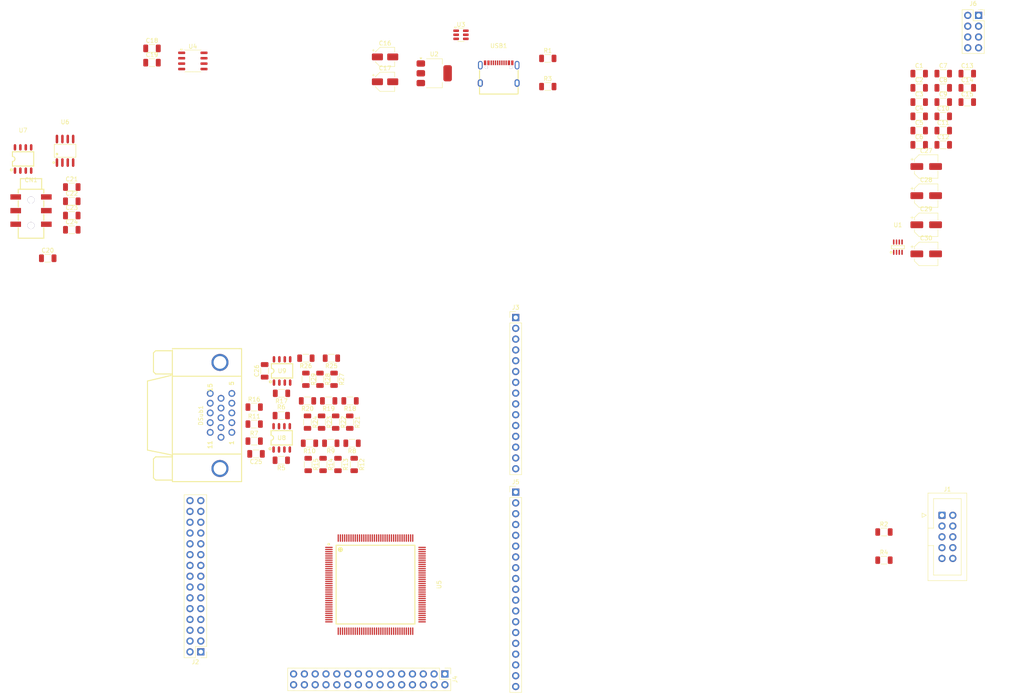
<source format=kicad_pcb>
(kicad_pcb (version 20241229) (generator "pcbnew") (generator_version "9.0")
  (layers (0 "F.Cu" signal) (4 "In1.Cu" signal "Power") (6 "In2.Cu" signal "Ground") (2 "B.Cu" signal) (13 "F.Paste" user) (15 "B.Paste" user) (5 "F.SilkS" user "F.Silkscreen") (7 "B.SilkS" user "B.Silkscreen") (1 "F.Mask" user) (3 "B.Mask" user) (25 "Edge.Cuts" user))
  (net 0 "")
  (net 1 "+3.3V")
  (net 2 "GND")
  (net 3 "+5V")
  (net 4 "Net-(U4-V3)")
  (net 5 "Net-(U7-IN1-)")
  (net 6 "Net-(U7-IN2-)")
  (net 7 "Net-(DSub1-Pad1)")
  (net 9 "VGA_VSYNC")
  (net 10 "Net-(DSub1-Pad2)")
  (net 14 "Net-(DSub1-Pad3)")
  (net 16 "VGA_HSYNC")
  (net 18 "TCK")
  (net 19 "TMS")
  (net 20 "PROG")
  (net 21 "TDO")
  (net 22 "TDI")
  (net 23 "Net-(J2-Pin_1)")
  (net 24 "Net-(J2-Pin_3)")
  (net 25 "Net-(J2-Pin_28)")
  (net 26 "Net-(J2-Pin_23)")
  (net 27 "Net-(J2-Pin_25)")
  (net 28 "Net-(J2-Pin_15)")
  (net 29 "Net-(J2-Pin_13)")
  (net 30 "Net-(J2-Pin_19)")
  (net 31 "Net-(J2-Pin_21)")
  (net 33 "Net-(J2-Pin_24)")
  (net 34 "Net-(J2-Pin_20)")
  (net 35 "Net-(J2-Pin_29)")
  (net 36 "Net-(J2-Pin_26)")
  (net 37 "Net-(J2-Pin_4)")
  (net 38 "Net-(J2-Pin_17)")
  (net 39 "Net-(J2-Pin_14)")
  (net 40 "Net-(J2-Pin_11)")
  (net 41 "Net-(J2-Pin_2)")
  (net 42 "Net-(J2-Pin_22)")
  (net 43 "Net-(J2-Pin_7)")
  (net 44 "Net-(J2-Pin_10)")
  (net 45 "Net-(J2-Pin_16)")
  (net 46 "Net-(J2-Pin_27)")
  (net 47 "Net-(J2-Pin_8)")
  (net 48 "Net-(J2-Pin_18)")
  (net 49 "Net-(J2-Pin_5)")
  (net 50 "Net-(J2-Pin_12)")
  (net 51 "Net-(J2-Pin_9)")
  (net 52 "Net-(J2-Pin_6)")
  (net 53 "Net-(J3-Pin_1)")
  (net 54 "Net-(J3-Pin_13)")
  (net 55 "Net-(J3-Pin_3)")
  (net 56 "Net-(J3-Pin_15)")
  (net 57 "Net-(J3-Pin_7)")
  (net 58 "Net-(J3-Pin_2)")
  (net 59 "Net-(J3-Pin_11)")
  (net 60 "Net-(J3-Pin_5)")
  (net 61 "Net-(J3-Pin_10)")
  (net 62 "Net-(J3-Pin_4)")
  (net 63 "Net-(J3-Pin_12)")
  (net 64 "Net-(J3-Pin_14)")
  (net 65 "Net-(J3-Pin_8)")
  (net 66 "Net-(J3-Pin_6)")
  (net 67 "Net-(J3-Pin_9)")
  (net 68 "Net-(J4-Pin_19)")
  (net 69 "Net-(J4-Pin_26)")
  (net 70 "Net-(J4-Pin_7)")
  (net 71 "Net-(J4-Pin_2)")
  (net 72 "Net-(J4-Pin_3)")
  (net 73 "Net-(J4-Pin_14)")
  (net 74 "Net-(J4-Pin_20)")
  (net 75 "Net-(J4-Pin_27)")
  (net 76 "Net-(J4-Pin_24)")
  (net 77 "Net-(J4-Pin_29)")
  (net 78 "Net-(J4-Pin_18)")
  (net 79 "Net-(J4-Pin_28)")
  (net 80 "Net-(J4-Pin_25)")
  (net 81 "Net-(J4-Pin_4)")
  (net 82 "Net-(J4-Pin_15)")
  (net 83 "Net-(J4-Pin_16)")
  (net 84 "Net-(J4-Pin_9)")
  (net 85 "Net-(J4-Pin_8)")
  (net 86 "Net-(J4-Pin_23)")
  (net 87 "Net-(J4-Pin_17)")
  (net 88 "Net-(J4-Pin_6)")
  (net 89 "Net-(J4-Pin_12)")
  (net 90 "Net-(J4-Pin_1)")
  (net 91 "Net-(J4-Pin_21)")
  (net 92 "Net-(J4-Pin_5)")
  (net 94 "Net-(J4-Pin_10)")
  (net 95 "Net-(J4-Pin_13)")
  (net 96 "Net-(J4-Pin_22)")
  (net 97 "Net-(J4-Pin_11)")
  (net 98 "Net-(J5-Pin_19)")
  (net 99 "Net-(J5-Pin_7)")
  (net 100 "Net-(J5-Pin_1)")
  (net 101 "Net-(J5-Pin_6)")
  (net 102 "Net-(J5-Pin_4)")
  (net 103 "Net-(J5-Pin_14)")
  (net 104 "Net-(J5-Pin_5)")
  (net 105 "Net-(J5-Pin_15)")
  (net 106 "Net-(J5-Pin_12)")
  (net 107 "Net-(J5-Pin_8)")
  (net 108 "Net-(J5-Pin_18)")
  (net 109 "Net-(J5-Pin_9)")
  (net 110 "Net-(J5-Pin_16)")
  (net 111 "Net-(J5-Pin_11)")
  (net 112 "Net-(J5-Pin_17)")
  (net 113 "Net-(J5-Pin_10)")
  (net 114 "Net-(J5-Pin_3)")
  (net 115 "Net-(J5-Pin_2)")
  (net 116 "Net-(J5-Pin_13)")
  (net 117 "Net-(USB1-CC1)")
  (net 118 "Net-(USB1-CC2)")
  (net 119 "Net-(U8-OUT1)")
  (net 120 "Net-(U8-IN1-)")
  (net 121 "Net-(U8-IN2-)")
  (net 122 "Net-(U8-OUT2)")
  (net 123 "Net-(R14-Pad1)")
  (net 124 "Net-(R12-Pad1)")
  (net 125 "Net-(R10-Pad1)")
  (net 126 "VGA_R_A")
  (net 127 "VGA_R_B")
  (net 128 "VGA_R_C")
  (net 129 "Net-(U9-OUT1)")
  (net 130 "Net-(U9-IN1-)")
  (net 131 "Net-(R18-Pad2)")
  (net 132 "Net-(R18-Pad1)")
  (net 133 "Net-(R19-Pad2)")
  (net 134 "VGA_G_A")
  (net 135 "VGA_G_B")
  (net 136 "VGA_G_C")
  (net 137 "Net-(R25-Pad2)")
  (net 138 "Net-(R25-Pad1)")
  (net 139 "VGA_B_A")
  (net 140 "VGA_B_B")
  (net 141 "Net-(U1-B2)")
  (net 142 "Serial_DX")
  (net 143 "Serial_RX")
  (net 144 "Net-(U1-B1)")
  (net 145 "D+")
  (net 146 "D-")
  (net 149 "Audio_BCK")
  (net 150 "SDA")
  (net 151 "SCL")
  (net 152 "JTAGENB")
  (net 153 "Audio_DIN")
  (net 154 "Audio_WS")
  (net 155 "Net-(U6-RCH)")
  (net 156 "Net-(U6-LCH)")
  (footprint "Resistor_SMD:R_1206_3216Metric" (layer "F.Cu") (at 101.5375 117.5 180)
    (property "Reference" "R10" (at 0 -1.83 0) (layer "F.SilkS"))
    (property "Value" "1k")
    (pad "1" smd roundrect (at -1.4625 0 180) (size 1.125 1.75) (layers "F.Cu" "F.Mask" "F.Paste") (roundrect_rratio 0.222222) (net 125 "Net-(R10-Pad1)"))
    (pad "2" smd roundrect (at 1.4625 0 180) (size 1.125 1.75) (layers "F.Cu" "F.Mask" "F.Paste") (roundrect_rratio 0.222222) (net 120 "Net-(U8-IN1-)"))
  )
  (footprint "Resistor_SMD:R_1206_3216Metric" (layer "F.Cu") (at 104 102.4625 -90)
    (property "Reference" "R28" (at 0 -1.83 90) (layer "F.SilkS"))
    (property "Value" "2k")
    (pad "1" smd roundrect (at -1.4625 0 270) (size 1.125 1.75) (layers "F.Cu" "F.Mask" "F.Paste") (roundrect_rratio 0.222222) (net 138 "Net-(R25-Pad1)"))
    (pad "2" smd roundrect (at 1.4625 0 270) (size 1.125 1.75) (layers "F.Cu" "F.Mask" "F.Paste") (roundrect_rratio 0.222222) (net 139 "VGA_B_A"))
  )
  (footprint "Connector_IDC:IDC-Header_2x05_P2.54mm_Vertical" (layer "F.Cu") (at 250.175 134.44)
    (property "Reference" "J1" (at 1.27 -6.1 0) (layer "F.SilkS"))
    (property "Value" "Conn_02x05_Odd_Even")
    (pad "1" thru_hole roundrect (at 0 0) (size 1.7 1.7) (drill 1) (layers "*.Cu" "*.Mask") (roundrect_rratio 0.147059) (net 18 "TCK"))
    (pad "2" thru_hole circle (at 2.54 0) (size 1.7 1.7) (drill 1) (layers "*.Cu" "*.Mask") (net 2 "GND"))
    (pad "3" thru_hole circle (at 0 2.54) (size 1.7 1.7) (drill 1) (layers "*.Cu" "*.Mask") (net 19 "TMS"))
    (pad "4" thru_hole circle (at 2.54 2.54) (size 1.7 1.7) (drill 1) (layers "*.Cu" "*.Mask") (net 2 "GND"))
    (pad "5" thru_hole circle (at 0 5.08) (size 1.7 1.7) (drill 1) (layers "*.Cu" "*.Mask") (net 22 "TDI"))
    (pad "6" thru_hole circle (at 2.54 5.08) (size 1.7 1.7) (drill 1) (layers "*.Cu" "*.Mask") (net 1 "+3.3V"))
    (pad "7" thru_hole circle (at 0 7.62) (size 1.7 1.7) (drill 1) (layers "*.Cu" "*.Mask") (net 21 "TDO"))
    (pad "8" thru_hole circle (at 2.54 7.62) (size 1.7 1.7) (drill 1) (layers "*.Cu" "*.Mask") (net 2 "GND"))
    (pad "9" thru_hole circle (at 0 10.16) (size 1.7 1.7) (drill 1) (layers "*.Cu" "*.Mask"))
    (pad "10" thru_hole circle (at 2.54 10.16) (size 1.7 1.7) (drill 1) (layers "*.Cu" "*.Mask") (net 20 "PROG"))
  )
  (footprint "Capacitor_SMD:C_1206_3216Metric" (layer "F.Cu") (at 244.815 40.625)
    (property "Reference" "C4" (at 0 -1.85 0) (layer "F.SilkS"))
    (property "Value" "470nF")
    (pad "1" smd roundrect (at -1.475 0) (size 1.15 1.8) (layers "F.Cu" "F.Mask" "F.Paste") (roundrect_rratio 0.217391) (net 1 "+3.3V"))
    (pad "2" smd roundrect (at 1.475 0) (size 1.15 1.8) (layers "F.Cu" "F.Mask" "F.Paste") (roundrect_rratio 0.217391) (net 2 "GND"))
  )
  (footprint "Resistor_SMD:R_1206_3216Metric" (layer "F.Cu") (at 111 112.5375 -90)
    (property "Reference" "R21" (at 0 -1.83 90) (layer "F.SilkS"))
    (property "Value" "2k")
    (pad "1" smd roundrect (at -1.4625 0 270) (size 1.125 1.75) (layers "F.Cu" "F.Mask" "F.Paste") (roundrect_rratio 0.222222) (net 132 "Net-(R18-Pad1)"))
    (pad "2" smd roundrect (at 1.4625 0 270) (size 1.125 1.75) (layers "F.Cu" "F.Mask" "F.Paste") (roundrect_rratio 0.222222) (net 2 "GND"))
  )
  (footprint "Package_TO_SOT_SMD:SOT-23-6" (layer "F.Cu") (at 137.1375 21.45)
    (property "Reference" "U3" (at 0 -2.4 0) (layer "F.SilkS"))
    (property "Value" "USBLC6-2SC6")
    (pad "1" smd roundrect (at -1.1375 -0.95) (size 1.325 0.6) (layers "F.Cu" "F.Mask" "F.Paste") (net 146 "D-"))
    (pad "2" smd roundrect (at -1.1375 0) (size 1.325 0.6) (layers "F.Cu" "F.Mask" "F.Paste") (net 2 "GND"))
    (pad "3" smd roundrect (at -1.1375 0.95) (size 1.325 0.6) (layers "F.Cu" "F.Mask" "F.Paste") (net 145 "D+"))
    (pad "4" smd roundrect (at 1.1375 0.95) (size 1.325 0.6) (layers "F.Cu" "F.Mask" "F.Paste") (net 145 "D+"))
    (pad "5" smd roundrect (at 1.1375 0) (size 1.325 0.6) (layers "F.Cu" "F.Mask" "F.Paste") (net 3 "+5V"))
    (pad "6" smd roundrect (at 1.1375 -0.95) (size 1.325 0.6) (layers "F.Cu" "F.Mask" "F.Paste") (net 146 "D-"))
  )
  (footprint "Resistor_SMD:R_1206_3216Metric" (layer "F.Cu") (at 104.7275 122.5 -90)
    (property "Reference" "R14" (at 0 -1.83 90) (layer "F.SilkS"))
    (property "Value" "2k")
    (pad "1" smd roundrect (at -1.4625 0 270) (size 1.125 1.75) (layers "F.Cu" "F.Mask" "F.Paste") (roundrect_rratio 0.222222) (net 123 "Net-(R14-Pad1)"))
    (pad "2" smd roundrect (at 1.4625 0 270) (size 1.125 1.75) (layers "F.Cu" "F.Mask" "F.Paste") (roundrect_rratio 0.222222) (net 127 "VGA_R_B"))
  )
  (footprint "Resistor_SMD:R_1206_3216Metric" (layer "F.Cu") (at 111.07 107.5375 180)
    (property "Reference" "R18" (at 0 -1.83 0) (layer "F.SilkS"))
    (property "Value" "1k")
    (pad "1" smd roundrect (at -1.4625 0 180) (size 1.125 1.75) (layers "F.Cu" "F.Mask" "F.Paste") (roundrect_rratio 0.222222) (net 132 "Net-(R18-Pad1)"))
    (pad "2" smd roundrect (at 1.4625 0 180) (size 1.125 1.75) (layers "F.Cu" "F.Mask" "F.Paste") (roundrect_rratio 0.222222) (net 131 "Net-(R18-Pad2)"))
  )
  (footprint "EasyEDA:USB-C-SMD_TYPE-C-6PIN-2MD-073" (layer "F.Cu") (at 146 30.4175)
    (property "Reference" "USB1" (at 0 -6.38 0) (layer "F.SilkS"))
    (property "Value" "TYPE-C 16PIN 2MD(073)")
    (pad "" thru_hole circle (at -2.89 -1.3) (size 0.7 0.7) (drill 0.7) (layers "*.Cu" "*.Mask"))
    (pad "" thru_hole circle (at 2.89 -1.3) (size 0.7 0.7) (drill 0.7) (layers "*.Cu" "*.Mask"))
    (pad "1" smd rect (at -3.2 -2.38) (size 0.55 1.1) (layers "F.Cu" "F.Mask" "F.Paste") (net 2 "GND"))
    (pad "2" smd rect (at -2.4 -2.38) (size 0.55 1.1) (layers "F.Cu" "F.Mask" "F.Paste") (net 3 "+5V"))
    (pad "3" smd rect (at -1.75 -2.38) (size 0.3 1.1) (layers "F.Cu" "F.Mask" "F.Paste"))
    (pad "4" smd rect (at -1.25 -2.38) (size 0.3 1.1) (layers "F.Cu" "F.Mask" "F.Paste") (net 117 "Net-(USB1-CC1)"))
    (pad "5" smd rect (at -0.75 -2.38) (size 0.3 1.1) (layers "F.Cu" "F.Mask" "F.Paste") (net 146 "D-"))
    (pad "6" smd rect (at -0.25 -2.38) (size 0.3 1.1) (layers "F.Cu" "F.Mask" "F.Paste") (net 145 "D+"))
    (pad "7" smd rect (at 0.25 -2.38) (size 0.3 1.1) (layers "F.Cu" "F.Mask" "F.Paste") (net 146 "D-"))
    (pad "8" smd rect (at 0.75 -2.38) (size 0.3 1.1) (layers "F.Cu" "F.Mask" "F.Paste") (net 145 "D+"))
    (pad "9" smd rect (at 1.25 -2.38) (size 0.3 1.1) (layers "F.Cu" "F.Mask" "F.Paste"))
    (pad "10" smd rect (at 1.75 -2.38) (size 0.3 1.1) (layers "F.Cu" "F.Mask" "F.Paste") (net 118 "Net-(USB1-CC2)"))
    (pad "11" smd rect (at 2.4 -2.38) (size 0.55 1.1) (layers "F.Cu" "F.Mask" "F.Paste") (net 3 "+5V"))
    (pad "12" smd rect (at 3.2 -2.38) (size 0.55 1.1) (layers "F.Cu" "F.Mask" "F.Paste") (net 2 "GND"))
    (pad "13" thru_hole oval (at -4.32 -1.83) (size 1.1 2) (drill oval 0.599999 1.499997) (layers "*.Cu" "*.Mask"))
    (pad "13" thru_hole oval (at -4.32 2.38) (size 1.2 1.8) (drill oval 0.599999 1.199998) (layers "*.Cu" "*.Mask"))
    (pad "14" thru_hole oval (at 4.32 -1.83) (size 1.1 2) (drill oval 0.599999 1.500022) (layers "*.Cu" "*.Mask"))
    (pad "14" thru_hole oval (at 4.32 2.38) (size 1.2 1.8) (drill oval 0.599999 1.199998) (layers "*.Cu" "*.Mask"))
  )
  (footprint "Capacitor_SMD:C_1206_3216Metric" (layer "F.Cu") (at 250.465 37.275)
    (property "Reference" "C9" (at 0 -1.85 0) (layer "F.SilkS"))
    (property "Value" "470nF")
    (pad "1" smd roundrect (at -1.475 0) (size 1.15 1.8) (layers "F.Cu" "F.Mask" "F.Paste") (roundrect_rratio 0.217391) (net 1 "+3.3V"))
    (pad "2" smd roundrect (at 1.475 0) (size 1.15 1.8) (layers "F.Cu" "F.Mask" "F.Paste") (roundrect_rratio 0.217391) (net 2 "GND"))
  )
  (footprint "Resistor_SMD:R_1206_3216Metric" (layer "F.Cu") (at 94.9625 105.76 180)
    (property "Reference" "R17" (at 0 -1.83 0) (layer "F.SilkS"))
    (property "Value" "220")
    (pad "1" smd roundrect (at -1.4625 0 180) (size 1.125 1.75) (layers "F.Cu" "F.Mask" "F.Paste") (roundrect_rratio 0.222222) (net 130 "Net-(U9-IN1-)"))
    (pad "2" smd roundrect (at 1.4625 0 180) (size 1.125 1.75) (layers "F.Cu" "F.Mask" "F.Paste") (roundrect_rratio 0.222222) (net 129 "Net-(U9-OUT1)"))
  )
  (footprint "Capacitor_SMD:CP_Elec_5x5.4" (layer "F.Cu") (at 246.465 52.425)
    (property "Reference" "C27" (at 0 -3.7 0) (layer "F.SilkS"))
    (property "Value" "47µF")
    (pad "1" smd roundrect (at -2.2 0) (size 3 1.6) (layers "F.Cu" "F.Mask" "F.Paste") (roundrect_rratio 0.15625) (net 1 "+3.3V"))
    (pad "2" smd roundrect (at 2.2 0) (size 3 1.6) (layers "F.Cu" "F.Mask" "F.Paste") (roundrect_rratio 0.15625) (net 2 "GND"))
  )
  (footprint "Resistor_SMD:R_1206_3216Metric" (layer "F.Cu") (at 107.31 102.4625 -90)
    (property "Reference" "R27" (at 0 -1.83 90) (layer "F.SilkS"))
    (property "Value" "2k")
    (pad "1" smd roundrect (at -1.4625 0 270) (size 1.125 1.75) (layers "F.Cu" "F.Mask" "F.Paste") (roundrect_rratio 0.222222) (net 138 "Net-(R25-Pad1)"))
    (pad "2" smd roundrect (at 1.4625 0 270) (size 1.125 1.75) (layers "F.Cu" "F.Mask" "F.Paste") (roundrect_rratio 0.222222) (net 2 "GND"))
  )
  (footprint "EasyEDA:SOIC-8_L4.9-W3.9-P1.27-LS6.0-BL" (layer "F.Cu") (at 44.1 48.73)
    (property "Reference" "U6" (at 0 -6.77 0) (layer "F.SilkS"))
    (property "Value" "TM8211-TA2302")
    (pad "1" smd oval (at -1.91 2.77) (size 0.59 2.05) (layers "F.Cu" "F.Mask" "F.Paste") (net 149 "Audio_BCK"))
    (pad "2" smd oval (at -0.63 2.77) (size 0.59 2.05) (layers "F.Cu" "F.Mask" "F.Paste") (net 154 "Audio_WS"))
    (pad "3" smd oval (at 0.63 2.77) (size 0.59 2.05) (layers "F.Cu" "F.Mask" "F.Paste") (net 153 "Audio_DIN"))
    (pad "4" smd oval (at 1.9 2.77) (size 0.59 2.05) (layers "F.Cu" "F.Mask" "F.Paste") (net 2 "GND"))
    (pad "5" smd oval (at 1.9 -2.77) (size 0.59 2.05) (layers "F.Cu" "F.Mask" "F.Paste") (net 1 "+3.3V"))
    (pad "6" smd oval (at 0.63 -2.77) (size 0.59 2.05) (layers "F.Cu" "F.Mask" "F.Paste") (net 156 "Net-(U6-LCH)"))
    (pad "7" smd oval (at -0.63 -2.77) (size 0.59 2.05) (layers "F.Cu" "F.Mask" "F.Paste"))
    (pad "8" smd oval (at -1.91 -2.77) (size 0.59 2.05) (layers "F.Cu" "F.Mask" "F.Paste") (net 155 "Net-(U6-RCH)"))
  )
  (footprint "Resistor_SMD:R_1206_3216Metric" (layer "F.Cu") (at 88.5375 109)
    (property "Reference" "R16" (at 0 -1.83 0) (layer "F.SilkS"))
    (property "Value" "75")
    (pad "1" smd roundrect (at -1.4625 0) (size 1.125 1.75) (layers "F.Cu" "F.Mask" "F.Paste") (roundrect_rratio 0.222222) (net 14 "Net-(DSub1-Pad3)"))
    (pad "2" smd roundrect (at 1.4625 0) (size 1.125 1.75) (layers "F.Cu" "F.Mask" "F.Paste") (roundrect_rratio 0.222222) (net 129 "Net-(U9-OUT1)"))
  )
  (footprint "Capacitor_SMD:C_1206_3216Metric" (layer "F.Cu") (at 40.025 74)
    (property "Reference" "C20" (at 0 -1.85 0) (layer "F.SilkS"))
    (property "Value" "47µF")
    (pad "1" smd roundrect (at -1.475 0) (size 1.15 1.8) (layers "F.Cu" "F.Mask" "F.Paste") (roundrect_rratio 0.217391) (net 1 "+3.3V"))
    (pad "2" smd roundrect (at 1.475 0) (size 1.15 1.8) (layers "F.Cu" "F.Mask" "F.Paste") (roundrect_rratio 0.217391) (net 2 "GND"))
  )
  (footprint "Capacitor_SMD:CP_Elec_5x5.4" (layer "F.Cu") (at 246.465 72.975)
    (property "Reference" "C30" (at 0 -3.7 0) (layer "F.SilkS"))
    (property "Value" "47µF")
    (pad "1" smd roundrect (at -2.2 0) (size 3 1.6) (layers "F.Cu" "F.Mask" "F.Paste") (roundrect_rratio 0.15625) (net 1 "+3.3V"))
    (pad "2" smd roundrect (at 2.2 0) (size 3 1.6) (layers "F.Cu" "F.Mask" "F.Paste") (roundrect_rratio 0.15625) (net 2 "GND"))
  )
  (footprint "Capacitor_SMD:C_1206_3216Metric" (layer "F.Cu") (at 64.525 24.65)
    (property "Reference" "C18" (at 0 -1.85 0) (layer "F.SilkS"))
    (property "Value" "0.1µF")
    (pad "1" smd roundrect (at -1.475 0) (size 1.15 1.8) (layers "F.Cu" "F.Mask" "F.Paste") (roundrect_rratio 0.217391) (net 3 "+5V"))
    (pad "2" smd roundrect (at 1.475 0) (size 1.15 1.8) (layers "F.Cu" "F.Mask" "F.Paste") (roundrect_rratio 0.217391) (net 2 "GND"))
  )
  (footprint "Resistor_SMD:R_1206_3216Metric" (layer "F.Cu") (at 112.0375 122.5 -90)
    (property "Reference" "R12" (at 0 -1.83 90) (layer "F.SilkS"))
    (property "Value" "2k")
    (pad "1" smd roundrect (at -1.4625 0 270) (size 1.125 1.75) (layers "F.Cu" "F.Mask" "F.Paste") (roundrect_rratio 0.222222) (net 124 "Net-(R12-Pad1)"))
    (pad "2" smd roundrect (at 1.4625 0 270) (size 1.125 1.75) (layers "F.Cu" "F.Mask" "F.Paste") (roundrect_rratio 0.222222) (net 2 "GND"))
  )
  (footprint "EasyEDA:SOT-23-8_L3.0-W1.7-P0.65-LS2.8-BL" (layer "F.Cu") (at 239.81 71.39)
    (property "Reference" "U1" (at 0 -5.21 0) (layer "F.SilkS"))
    (property "Value" "RS0102YH8")
    (pad "1" smd oval (at -0.98 1.21) (size 0.36 1.22) (layers "F.Cu" "F.Mask" "F.Paste") (net 1 "+3.3V"))
    (pad "2" smd oval (at -0.32 1.21) (size 0.36 1.22) (layers "F.Cu" "F.Mask" "F.Paste") (net 144 "Net-(U1-B1)"))
    (pad "3" smd oval (at 0.33 1.21) (size 0.36 1.22) (layers "F.Cu" "F.Mask" "F.Paste") (net 141 "Net-(U1-B2)"))
    (pad "4" smd oval (at 0.98 1.21) (size 0.36 1.22) (layers "F.Cu" "F.Mask" "F.Paste") (net 3 "+5V"))
    (pad "5" smd oval (at 0.98 -1.21) (size 0.36 1.22) (layers "F.Cu" "F.Mask" "F.Paste") (net 2 "GND"))
    (pad "6" smd oval (at 0.33 -1.21) (size 0.36 1.22) (layers "F.Cu" "F.Mask" "F.Paste") (net 143 "Serial_RX"))
    (pad "7" smd oval (at -0.32 -1.21) (size 0.36 1.22) (layers "F.Cu" "F.Mask" "F.Paste") (net 142 "Serial_DX"))
    (pad "8" smd oval (at -0.98 -1.21) (size 0.36 1.22) (layers "F.Cu" "F.Mask" "F.Paste") (net 3 "+5V"))
  )
  (footprint "Capacitor_SMD:C_1206_3216Metric" (layer "F.Cu") (at 250.465 47.325)
    (property "Reference" "C12" (at 0 -1.85 0) (layer "F.SilkS"))
    (property "Value" "470nF")
    (pad "1" smd roundrect (at -1.475 0) (size 1.15 1.8) (layers "F.Cu" "F.Mask" "F.Paste") (roundrect_rratio 0.217391) (net 1 "+3.3V"))
    (pad "2" smd roundrect (at 1.475 0) (size 1.15 1.8) (layers "F.Cu" "F.Mask" "F.Paste") (roundrect_rratio 0.217391) (net 2 "GND"))
  )
  (footprint "Resistor_SMD:R_1206_3216Metric" (layer "F.Cu") (at 157.5375 27)
    (property "Reference" "R1" (at 0 -1.83 0) (layer "F.SilkS"))
    (property "Value" "5k1")
    (pad "1" smd roundrect (at -1.4625 0) (size 1.125 1.75) (layers "F.Cu" "F.Mask" "F.Paste") (roundrect_rratio 0.222222) (net 2 "GND"))
    (pad "2" smd roundrect (at 1.4625 0) (size 1.125 1.75) (layers "F.Cu" "F.Mask" "F.Paste") (roundrect_rratio 0.222222) (net 117 "Net-(USB1-CC1)"))
  )
  (footprint "Resistor_SMD:R_1206_3216Metric" (layer "F.Cu") (at 94.91 121.5 180)
    (property "Reference" "R5" (at 0 -1.83 0) (layer "F.SilkS"))
    (property "Value" "220")
    (pad "1" smd roundrect (at -1.4625 0 180) (size 1.125 1.75) (layers "F.Cu" "F.Mask" "F.Paste") (roundrect_rratio 0.222222) (net 120 "Net-(U8-IN1-)"))
    (pad "2" smd roundrect (at 1.4625 0 180) (size 1.125 1.75) (layers "F.Cu" "F.Mask" "F.Paste") (roundrect_rratio 0.222222) (net 119 "Net-(U8-OUT1)"))
  )
  (footprint "Capacitor_SMD:C_1206_3216Metric" (layer "F.Cu") (at 45.675 60.6)
    (property "Reference" "C22" (at 0 -1.85 0) (layer "F.SilkS"))
    (property "Value" "100nF")
    (pad "1" smd roundrect (at -1.475 0) (size 1.15 1.8) (layers "F.Cu" "F.Mask" "F.Paste") (roundrect_rratio 0.217391) (net 5 "Net-(U7-IN1-)"))
    (pad "2" smd roundrect (at 1.475 0) (size 1.15 1.8) (layers "F.Cu" "F.Mask" "F.Paste") (roundrect_rratio 0.217391) (net 2 "GND"))
  )
  (footprint "Resistor_SMD:R_1206_3216Metric" (layer "F.Cu") (at 100.69 97.5 180)
    (property "Reference" "R26" (at 0 -1.83 0) (layer "F.SilkS"))
    (property "Value" "1k")
    (pad "1" smd roundrect (at -1.4625 0 180) (size 1.125 1.75) (layers "F.Cu" "F.Mask" "F.Paste") (roundrect_rratio 0.222222) (net 137 "Net-(R25-Pad2)"))
    (pad "2" smd roundrect (at 1.4625 0 180) (size 1.125 1.75) (layers "F.Cu" "F.Mask" "F.Paste") (roundrect_rratio 0.222222) (net 130 "Net-(U9-IN1-)"))
  )
  (footprint "Capacitor_SMD:CP_Elec_4x5.4" (layer "F.Cu") (at 119.3 26.65)
    (property "Reference" "C16" (at 0 -3.2 0) (layer "F.SilkS"))
    (property "Value" "10µF")
    (pad "1" smd roundrect (at -1.8 0) (size 2.6 1.6) (layers "F.Cu" "F.Mask" "F.Paste") (roundrect_rratio 0.15625) (net 3 "+5V"))
    (pad "2" smd roundrect (at 1.8 0) (size 2.6 1.6) (layers "F.Cu" "F.Mask" "F.Paste") (roundrect_rratio 0.15625) (net 2 "GND"))
  )
  (footprint "Capacitor_SMD:CP_Elec_5x5.4" (layer "F.Cu") (at 246.465 66.125)
    (property "Reference" "C29" (at 0 -3.7 0) (layer "F.SilkS"))
    (property "Value" "47µF")
    (pad "1" smd roundrect (at -2.2 0) (size 3 1.6) (layers "F.Cu" "F.Mask" "F.Paste") (roundrect_rratio 0.15625) (net 1 "+3.3V"))
    (pad "2" smd roundrect (at 2.2 0) (size 3 1.6) (layers "F.Cu" "F.Mask" "F.Paste") (roundrect_rratio 0.15625) (net 2 "GND"))
  )
  (footprint "Capacitor_SMD:CP_Elec_4x5.4" (layer "F.Cu") (at 119.3 32.5)
    (property "Reference" "C17" (at 0 -3.2 0) (layer "F.SilkS"))
    (property "Value" "22µF")
    (pad "1" smd roundrect (at -1.8 0) (size 2.6 1.6) (layers "F.Cu" "F.Mask" "F.Paste") (roundrect_rratio 0.15625) (net 1 "+3.3V"))
    (pad "2" smd roundrect (at 1.8 0) (size 2.6 1.6) (layers "F.Cu" "F.Mask" "F.Paste") (roundrect_rratio 0.15625) (net 2 "GND"))
  )
  (footprint "Resistor_SMD:R_1206_3216Metric" (layer "F.Cu") (at 94.91 111 180)
    (property "Reference" "R6" (at 0 2 0) (layer "F.SilkS"))
    (property "Value" "220")
    (pad "1" smd roundrect (at -1.4625 0 180) (size 1.125 1.75) (layers "F.Cu" "F.Mask" "F.Paste") (roundrect_rratio 0.222222) (net 121 "Net-(U8-IN2-)"))
    (pad "2" smd roundrect (at 1.4625 0 180) (size 1.125 1.75) (layers "F.Cu" "F.Mask" "F.Paste") (roundrect_rratio 0.222222) (net 122 "Net-(U8-OUT2)"))
  )
  (footprint "Capacitor_SMD:C_1206_3216Metric" (layer "F.Cu") (at 250.465 40.625)
    (property "Reference" "C10" (at 0 -1.85 0) (layer "F.SilkS"))
    (property "Value" "470nF")
    (pad "1" smd roundrect (at -1.475 0) (size 1.15 1.8) (layers "F.Cu" "F.Mask" "F.Paste") (roundrect_rratio 0.217391) (net 1 "+3.3V"))
    (pad "2" smd roundrect (at 1.475 0) (size 1.15 1.8) (layers "F.Cu" "F.Mask" "F.Paste") (roundrect_rratio 0.217391) (net 2 "GND"))
  )
  (footprint "Connector_PinHeader_2.54mm:PinHeader_2x15_P2.54mm_Vertical" (layer "F.Cu") (at 133.36 171.76 -90)
    (property "Reference" "J4" (at 1.27 -2.38 90) (layer "F.SilkS"))
    (property "Value" "Conn_02x15_Counter_Clockwise")
    (pad "1" thru_hole rect (at 0 0 270) (size 1.7 1.7) (drill 1) (layers "*.Cu" "*.Mask") (net 90 "Net-(J4-Pin_1)"))
    (pad "2" thru_hole circle (at 2.54 0 270) (size 1.7 1.7) (drill 1) (layers "*.Cu" "*.Mask") (net 71 "Net-(J4-Pin_2)"))
    (pad "3" thru_hole circle (at 0 2.54 270) (size 1.7 1.7) (drill 1) (layers "*.Cu" "*.Mask") (net 72 "Net-(J4-Pin_3)"))
    (pad "4" thru_hole circle (at 2.54 2.54 270) (size 1.7 1.7) (drill 1) (layers "*.Cu" "*.Mask") (net 81 "Net-(J4-Pin_4)"))
    (pad "5" thru_hole circle (at 0 5.08 270) (size 1.7 1.7) (drill 1) (layers "*.Cu" "*.Mask") (net 92 "Net-(J4-Pin_5)"))
    (pad "6" thru_hole circle (at 2.54 5.08 270) (size 1.7 1.7) (drill 1) (layers "*.Cu" "*.Mask") (net 88 "Net-(J4-Pin_6)"))
    (pad "7" thru_hole circle (at 0 7.62 270) (size 1.7 1.7) (drill 1) (layers "*.Cu" "*.Mask") (net 70 "Net-(J4-Pin_7)"))
    (pad "8" thru_hole circle (at 2.54 7.62 270) (size 1.7 1.7) (drill 1) (layers "*.Cu" "*.Mask") (net 85 "Net-(J4-Pin_8)"))
    (pad "9" thru_hole circle (at 0 10.16 270) (size 1.7 1.7) (drill 1) (layers "*.Cu" "*.Mask") (net 84 "Net-(J4-Pin_9)"))
    (pad "10" thru_hole circle (at 2.54 10.16 270) (size 1.7 1.7) (drill 1) (layers "*.Cu" "*.Mask") (net 94 "Net-(J4-Pin_10)"))
    (pad "11" thru_hole circle (at 0 12.7 270) (size 1.7 1.7) (drill 1) (layers "*.Cu" "*.Mask") (net 97 "Net-(J4-Pin_11)"))
    (pad "12" thru_hole circle (at 2.54 12.7 270) (size 1.7 1.7) (drill 1) (layers "*.Cu" "*.Mask") (net 89 "Net-(J4-Pin_12)"))
    (pad "13" thru_hole circle (at 0 15.24 270) (size 1.7 1.7) (drill 1) (layers "*.Cu" "*.Mask") (net 95 "Net-(J4-Pin_13)"))
    (pad "14" thru_hole circle (at 2.54 15.24 270) (size 1.7 1.7) (drill 1) (layers "*.Cu" "*.Mask") (net 73 "Net-(J4-Pin_14)"))
    (pad "15" thru_hole circle (at 0 17.78 270) (size 1.7 1.7) (drill 1) (layers "*.Cu" "*.Mask") (net 82 "Net-(J4-Pin_15)"))
    (pad "16" thru_hole circle (at 2.54 17.78 270) (size 1.7 1.7) (drill 1) (layers "*.Cu" "*.Mask") (net 83 "Net-(J4-Pin_16)"))
    (pad "17" thru_hole circle (at 0 20.32 270) (size 1.7 1.7) (drill 1) (layers "*.Cu" "*.Mask") (net 87 "Net-(J4-Pin_17)"))
    (pad "18" thru_hole circle (at 2.54 20.32 270) (size 1.7 1.7) (drill 1) (layers "*.Cu" "*.Mask") (net 78 "Net-(J4-Pin_18)"))
    (pad "19" thru_hole circle (at 0 22.86 270) (size 1.7 1.7) (drill 1) (layers "*.Cu" "*.Mask") (net 68 "Net-(J4-Pin_19)"))
    (pad "20" thru_hole circle (at 2.54 22.86 270) (size 1.7 1.7) (drill 1) (layers "*.Cu" "*.Mask") (net 74 "Net-(J4-Pin_20)"))
    (pad "21" thru_hole circle (at 0 25.4 270) (size 1.7 1.7) (drill 1) (layers "*.Cu" "*.Mask") (net 91 "Net-(J4-Pin_21)"))
    (pad "22" thru_hole circle (at 2.54 25.4 270) (size 1.7 1.7) (drill 1) (layers "*.Cu" "*.Mask") (net 96 "Net-(J4-Pin_22)"))
    (pad "23" thru_hole circle (at 0 27.94 270) (size 1.7 1.7) (drill 1) (layers "*.Cu" "*.Mask") (net 86 "Net-(J4-Pin_23)"))
    (pad "24" thru_hole circle (at 2.54 27.94 270) (size 1.7 1.7) (drill 1) (layers "*.Cu" "*.Mask") (net 76 "Net-(J4-Pin_24)"))
    (pad "25" thru_hole circle (at 0 30.48 270) (size 1.7 1.7) (drill 1) (layers "*.Cu" "*.Mask") (net 80 "Net-(J4-Pin_25)"))
    (pad "26" thru_hole circle (at 2.54 30.48 270) (size 1.7 1.7) (drill 1) (layers "*.Cu" "*.Mask") (net 69 "Net-(J4-Pin_26)"))
    (pad "27" thru_hole circle (at 0 33.02 270) (size 1.7 1.7) (drill 1) (layers "*.Cu" "*.Mask") (net 75 "Net-(J4-Pin_27)"))
    (pad "28" thru_hole circle (at 2.54 33.02 270) (size 1.7 1.7) (drill 1) (layers "*.Cu" "*.Mask") (net 79 "Net-(J4-Pin_28)"))
    (pad "29" thru_hole circle (at 0 35.56 270) (size 1.7 1.7) (drill 1) (layers "*.Cu" "*.Mask") (net 77 "Net-(J4-Pin_29)"))
    (pad "30" thru_hole circle (at 2.54 35.56 270) (size 1.7 1.7) (drill 1) (layers "*.Cu" "*.Mask"))
  )
  (footprint "EasyEDA:SOP-8_L5.0-W3.9-P1.27-LS6.0-BL" (layer "F.Cu") (at 34.225 50.655)
    (property "Reference" "U7" (at 0 -6.74 0) (layer "F.SilkS"))
    (property "Value" "HG5532M/TR")
    (pad "1" smd oval (at -1.9 2.74) (size 0.6 1.52) (layers "F.Cu" "F.Mask" "F.Paste") (net 5 "Net-(U7-IN1-)"))
    (pad "2" smd oval (at -0.63 2.74) (size 0.6 1.52) (layers "F.Cu" "F.Mask" "F.Paste") (net 5 "Net-(U7-IN1-)"))
    (pad "3" smd oval (at 0.64 2.74) (size 0.6 1.52) (layers "F.Cu" "F.Mask" "F.Paste") (net 156 "Net-(U6-LCH)"))
    (pad "4" smd oval (at 1.91 2.74) (size 0.6 1.52) (layers "F.Cu" "F.Mask" "F.Paste") (net 2 "GND"))
    (pad "5" smd oval (at 1.91 -2.74) (size 0.6 1.52) (layers "F.Cu" "F.Mask" "F.Paste") (net 155 "Net-(U6-RCH)"))
    (pad "6" smd oval (at 0.64 -2.74) (size 0.6 1.52) (layers "F.Cu" "F.Mask" "F.Paste") (net 6 "Net-(U7-IN2-)"))
    (pad "7" smd oval (at -0.63 -2.74) (size 0.6 1.52) (layers "F.Cu" "F.Mask" "F.Paste") (net 6 "Net-(U7-IN2-)"))
    (pad "8" smd oval (at -1.9 -2.74) (size 0.6 1.52) (layers "F.Cu" "F.Mask" "F.Paste") (net 1 "+3.3V"))
  )
  (footprint "Resistor_SMD:R_1206_3216Metric" (layer "F.Cu") (at 111.5375 117.5 180)
    (property "Reference" "R8" (at 0 -1.83 0) (layer "F.SilkS"))
    (property "Value" "1k")
    (pad "1" smd roundrect (at -1.4625 0 180) (size 1.125 1.75) (layers "F.Cu" "F.Mask" "F.Paste") (roundrect_rratio 0.222222) (net 124 "Net-(R12-Pad1)"))
    (pad "2" smd roundrect (at 1.4625 0 180) (size 1.125 1.75) (layers "F.Cu" "F.Mask" "F.Paste") (roundrect_rratio 0.222222) (net 123 "Net-(R14-Pad1)"))
  )
  (footprint "Capacitor_SMD:C_1206_3216Metric" (layer "F.Cu") (at 244.815 37.275)
    (property "Reference" "C3" (at 0 -1.85 0) (layer "F.SilkS"))
    (property "Value" "470nF")
    (pad "1" smd roundrect (at -1.475 0) (size 1.15 1.8) (layers "F.Cu" "F.Mask" "F.Paste") (roundrect_rratio 0.217391) (net 1 "+3.3V"))
    (pad "2" smd roundrect (at 1.475 0) (size 1.15 1.8) (layers "F.Cu" "F.Mask" "F.Paste") (roundrect_rratio 0.217391) (net 2 "GND"))
  )
  (footprint "Resistor_SMD:R_1206_3216Metric" (layer "F.Cu") (at 106.69 97.5 180)
    (property "Reference" "R25" (at 0 -1.83 0) (layer "F.SilkS"))
    (property "Value" "1k")
    (pad "1" smd roundrect (at -1.4625 0 180) (size 1.125 1.75) (layers "F.Cu" "F.Mask" "F.Paste") (roundrect_rratio 0.222222) (net 138 "Net-(R25-Pad1)"))
    (pad "2" smd roundrect (at 1.4625 0 180) (size 1.125 1.75) (layers "F.Cu" "F.Mask" "F.Paste") (roundrect_rratio 0.222222) (net 137 "Net-(R25-Pad2)"))
  )
  (footprint "Connector_PinHeader_2.54mm:PinHeader_2x15_P2.54mm_Vertical" (layer "F.Cu") (at 76 166.56 180)
    (property "Reference" "J2" (at 1.27 -2.38 0) (layer "F.SilkS"))
    (property "Value" "Conn_02x15_Counter_Clockwise")
    (pad "1" thru_hole rect (at 0 0 180) (size 1.7 1.7) (drill 1) (layers "*.Cu" "*.Mask") (net 23 "Net-(J2-Pin_1)"))
    (pad "2" thru_hole circle (at 2.54 0 180) (size 1.7 1.7) (drill 1) (layers "*.Cu" "*.Mask") (net 41 "Net-(J2-Pin_2)"))
    (pad "3" thru_hole circle (at 0 2.54 180) (size 1.7 1.7) (drill 1) (layers "*.Cu" "*.Mask") (net 24 "Net-(J2-Pin_3)"))
    (pad "4" thru_hole circle (at 2.54 2.54 180) (size 1.7 1.7) (drill 1) (layers "*.Cu" "*.Mask") (net 37 "Net-(J2-Pin_4)"))
    (pad "5" thru_hole circle (at 0 5.08 180) (size 1.7 1.7) (drill 1) (layers "*.Cu" "*.Mask") (net 49 "Net-(J2-Pin_5)"))
    (pad "6" thru_hole circle (at 2.54 5.08 180) (size 1.7 1.7) (drill 1) (layers "*.Cu" "*.Mask") (net 52 "Net-(J2-Pin_6)"))
    (pad "7" thru_hole circle (at 0 7.62 180) (size 1.7 1.7) (drill 1) (layers "*.Cu" "*.Mask") (net 43 "Net-(J2-Pin_7)"))
    (pad "8" thru_hole circle (at 2.54 7.62 180) (size 1.7 1.7) (drill 1) (layers "*.Cu" "*.Mask") (net 47 "Net-(J2-Pin_8)"))
    (pad "9" thru_hole circle (at 0 10.16 180) (size 1.7 1.7) (drill 1) (layers "*.Cu" "*.Mask") (net 51 "Net-(J2-Pin_9)"))
    (pad "10" thru_hole circle (at 2.54 10.16 180) (size 1.7 1.7) (drill 1) (layers "*.Cu" "*.Mask") (net 44 "Net-(J2-Pin_10)"))
    (pad "11" thru_hole circle (at 0 12.7 180) (size 1.7 1.7) (drill 1) (layers "*.Cu" "*.Mask") (net 40 "Net-(J2-Pin_11)"))
    (pad "12" thru_hole circle (at 2.54 12.7 180) (size 1.7 1.7) (drill 1) (layers "*.Cu" "*.Mask") (net 50 "Net-(J2-Pin_12)"))
    (pad "13" thru_hole circle (at 0 15.24 180) (size 1.7 1.7) (drill 1) (layers "*.Cu" "*.Mask") (net 29 "Net-(J2-Pin_13)"))
    (pad "14" thru_hole circle (at 2.54 15.24 180) (size 1.7 1.7) (drill 1) (layers "*.Cu" "*.Mask") (net 39 "Net-(J2-Pin_14)"))
    (pad "15" thru_hole circle (at 0 17.78 180) (size 1.7 1.7) (drill 1) (layers "*.Cu" "*.Mask") (net 28 "Net-(J2-Pin_15)"))
    (pad "16" thru_hole circle (at 2.54 17.78 180) (size 1.7 1.7) (drill 1) (layers "*.Cu" "*.Mask") (net 45 "Net-(J2-Pin_16)"))
    (pad "17" thru_hole circle (at 0 20.32 180) (size 1.7 1.7) (drill 1) (layers "*.Cu" "*.Mask") (net 38 "Net-(J2-Pin_17)"))
    (pad "18" thru_hole circle (at 2.54 20.32 180) (size 1.7 1.7) (drill 1) (layers "*.Cu" "*.Mask") (net 48 "Net-(J2-Pin_18)"))
    (pad "19" thru_hole circle (at 0 22.86 180) (size 1.7 1.7) (drill 1) (layers "*.Cu" "*.Mask") (net 30 "Net-(J2-Pin_19)"))
    (pad "20" thru_hole circle (at 2.54 22.86 180) (size 1.7 1.7) (drill 1) (layers "*.Cu" "*.Mask") (net 34 "Net-(J2-Pin_20)"))
    (pad "21" thru_hole circle (at 0 25.4 180) (size 1.7 1.7) (drill 1) (layers "*.Cu" "*.Mask") (net 31 "Net-(J2-Pin_21)"))
    (pad "22" thru_hole circle (at 2.54 25.4 180) (size 1.7 1.7) (drill 1) (layers "*.Cu" "*.Mask") (net 42 "Net-(J2-Pin_22)"))
    (pad "23" thru_hole circle (at 0 27.94 180) (size 1.7 1.7) (drill 1) (layers "*.Cu" "*.Mask") (net 26 "Net-(J2-Pin_23)"))
    (pad "24" thru_hole circle (at 2.54 27.94 180) (size 1.7 1.7) (drill 1) (layers "*.Cu" "*.Mask") (net 33 "Net-(J2-Pin_24)"))
    (pad "25" thru_hole circle (at 0 30.48 180) (size 1.7 1.7) (drill 1) (layers "*.Cu" "*.Mask") (net 27 "Net-(J2-Pin_25)"))
    (pad "26" thru_hole circle (at 2.54 30.48 180) (size 1.7 1.7) (drill 1) (layers "*.Cu" "*.Mask") (net 36 "Net-(J2-Pin_26)"))
    (pad "27" thru_hole circle (at 0 33.02 180) (size 1.7 1.7) (drill 1) (layers "*.Cu" "*.Mask") (net 46 "Net-(J2-Pin_27)"))
    (pad "28" thru_hole circle (at 2.54 33.02 180) (size 1.7 1.7) (drill 1) (layers "*.Cu" "*.Mask") (net 25 "Net-(J2-Pin_28)"))
    (pad "29" thru_hole circle (at 0 35.56 180) (size 1.7 1.7) (drill 1) (layers "*.Cu" "*.Mask") (net 35 "Net-(J2-Pin_29)"))
    (pad "30" thru_hole circle (at 2.54 35.56 180) (size 1.7 1.7) (drill 1) (layers "*.Cu" "*.Mask"))
  )
  (footprint "Capacitor_SMD:C_1206_3216Metric" (layer "F.Cu") (at 250.465 33.925)
    (property "Reference" "C8" (at 0 -1.85 0) (layer "F.SilkS"))
    (property "Value" "470nF")
    (pad "1" smd roundrect (at -1.475 0) (size 1.15 1.8) (layers "F.Cu" "F.Mask" "F.Paste") (roundrect_rratio 0.217391) (net 1 "+3.3V"))
    (pad "2" smd roundrect (at 1.475 0) (size 1.15 1.8) (layers "F.Cu" "F.Mask" "F.Paste") (roundrect_rratio 0.217391) (net 2 "GND"))
  )
  (footprint "Capacitor_SMD:C_1206_3216Metric" (layer "F.Cu") (at 91 100.475 90)
    (property "Reference" "C26" (at 0 -1.85 90) (layer "F.SilkS"))
    (property "Value" "470nF")
    (pad "1" smd roundrect (at -1.475 0 90) (size 1.15 1.8) (layers "F.Cu" "F.Mask" "F.Paste") (roundrect_rratio 0.217391) (net 1 "+3.3V"))
    (pad "2" smd roundrect (at 1.475 0 90) (size 1.15 1.8) (layers "F.Cu" "F.Mask" "F.Paste") (roundrect_rratio 0.217391) (net 2 "GND"))
  )
  (footprint "Resistor_SMD:R_1206_3216Metric" (layer "F.Cu") (at 157.5375 33.62)
    (property "Reference" "R3" (at 0 -1.83 0) (layer "F.SilkS"))
    (property "Value" "5k1")
    (pad "1" smd roundrect (at -1.4625 0) (size 1.125 1.75) (layers "F.Cu" "F.Mask" "F.Paste") (roundrect_rratio 0.222222) (net 2 "GND"))
    (pad "2" smd roundrect (at 1.4625 0) (size 1.125 1.75) (layers "F.Cu" "F.Mask" "F.Paste") (roundrect_rratio 0.222222) (net 118 "Net-(USB1-CC2)"))
  )
  (footprint "Capacitor_SMD:C_1206_3216Metric" (layer "F.Cu") (at 256.115 30.575)
    (property "Reference" "C13" (at 0 -1.85 0) (layer "F.SilkS"))
    (property "Value" "470nF")
    (pad "1" smd roundrect (at -1.475 0) (size 1.15 1.8) (layers "F.Cu" "F.Mask" "F.Paste") (roundrect_rratio 0.217391) (net 1 "+3.3V"))
    (pad "2" smd roundrect (at 1.475 0) (size 1.15 1.8) (layers "F.Cu" "F.Mask" "F.Paste") (roundrect_rratio 0.217391) (net 2 "GND"))
  )
  (footprint "Connector_PinHeader_2.54mm:PinHeader_1x19_P2.54mm_Vertical" (layer "F.Cu") (at 150 129)
    (property "Reference" "J5" (at 0 -2.38 0) (layer "F.SilkS"))
    (property "Value" "Conn_01x19")
    (pad "1" thru_hole rect (at 0 0) (size 1.7 1.7) (drill 1) (layers "*.Cu" "*.Mask") (net 100 "Net-(J5-Pin_1)"))
    (pad "2" thru_hole circle (at 0 2.54) (size 1.7 1.7) (drill 1) (layers "*.Cu" "*.Mask") (net 115 "Net-(J5-Pin_2)"))
    (pad "3" thru_hole circle (at 0 5.08) (size 1.7 1.7) (drill 1) (layers "*.Cu" "*.Mask") (net 114 "Net-(J5-Pin_3)"))
    (pad "4" thru_hole circle (at 0 7.62) (size 1.7 1.7) (drill 1) (layers "*.Cu" "*.Mask") (net 102 "Net-(J5-Pin_4)"))
    (pad "5" thru_hole circle (at 0 10.16) (size 1.7 1.7) (drill 1) (layers "*.Cu" "*.Mask") (net 104 "Net-(J5-Pin_5)"))
    (pad "6" thru_hole circle (at 0 12.7) (size 1.7 1.7) (drill 1) (layers "*.Cu" "*.Mask") (net 101 "Net-(J5-Pin_6)"))
    (pad "7" thru_hole circle (at 0 15.24) (size 1.7 1.7) (drill 1) (layers "*.Cu" "*.Mask") (net 99 "Net-(J5-Pin_7)"))
    (pad "8" thru_hole circle (at 0 17.78) (size 1.7 1.7) (drill 1) (layers "*.Cu" "*.Mask") (net 107 "Net-(J5-Pin_8)"))
    (pad "9" thru_hole circle (at 0 20.32) (size 1.7 1.7) (drill 1) (layers "*.Cu" "*.Mask") (net 109 "Net-(J5-Pin_9)"))
    (pad "10" thru_hole circle (at 0 22.86) (size 1.7 1.7) (drill 1) (layers "*.Cu" "*.Mask") (net 113 "Net-(J5-Pin_10)"))
    (pad "11" thru_hole circle (at 0 25.4) (size 1.7 1.7) (drill 1) (layers "*.Cu" "*.Mask") (net 111 "Net-(J5-Pin_11)"))
    (pad "12" thru_hole circle (at 0 27.94) (size 1.7 1.7) (drill 1) (layers "*.Cu" "*.Mask") (net 106 "Net-(J5-Pin_12)"))
    (pad "13" thru_hole circle (at 0 30.48) (size 1.7 1.7) (drill 1) (layers "*.Cu" "*.Mask") (net 116 "Net-(J5-Pin_13)"))
    (pad "14" thru_hole circle (at 0 33.02) (size 1.7 1.7) (drill 1) (layers "*.Cu" "*.Mask") (net 103 "Net-(J5-Pin_14)"))
    (pad "15" thru_hole circle (at 0 35.56) (size 1.7 1.7) (drill 1) (layers "*.Cu" "*.Mask") (net 105 "Net-(J5-Pin_15)"))
    (pad "16" thru_hole circle (at 0 38.1) (size 1.7 1.7) (drill 1) (layers "*.Cu" "*.Mask") (net 110 "Net-(J5-Pin_16)"))
    (pad "17" thru_hole circle (at 0 40.64) (size 1.7 1.7) (drill 1) (layers "*.Cu" "*.Mask") (net 112 "Net-(J5-Pin_17)"))
    (pad "18" thru_hole circle (at 0 43.18) (size 1.7 1.7) (drill 1) (layers "*.Cu" "*.Mask") (net 108 "Net-(J5-Pin_18)"))
    (pad "19" thru_hole circle (at 0 45.72) (size 1.7 1.7) (drill 1) (layers "*.Cu" "*.Mask") (net 98 "Net-(J5-Pin_19)"))
  )
  (footprint "Resistor_SMD:R_1206_3216Metric" (layer "F.Cu") (at 104.38 112.5375 -90)
    (property "Reference" "R23" (at 0 -1.83 90) (layer "F.SilkS"))
    (property "Value" "2k")
    (pad "1" smd roundrect (at -1.4625 0 270) (size 1.125 1.75) (layers "F.Cu" "F.Mask" "F.Paste") (roundrect_rratio 0.222222) (net 131 "Net-(R18-Pad2)"))
    (pad "2" smd roundrect (at 1.4625 0 270) (size 1.125 1.75) (layers "F.Cu" "F.Mask" "F.Paste") (roundrect_rratio 0.222222) (net 135 "VGA_G_B"))
  )
  (footprint "Resistor_SMD:R_1206_3216Metric" (layer "F.Cu") (at 88.5375 113)
    (property "Reference" "R11" (at 0 -1.83 0) (layer "F.SilkS"))
    (property "Value" "75")
    (pad "1" smd roundrect (at -1.4625 0) (size 1.125 1.75) (layers "F.Cu" "F.Mask" "F.Paste") (roundrect_rratio 0.222222) (net 10 "Net-(DSub1-Pad2)"))
    (pad "2" smd roundrect (at 1.4625 0) (size 1.125 1.75) (layers "F.Cu" "F.Mask" "F.Paste") (roundrect_rratio 0.222222) (net 122 "Net-(U8-OUT2)"))
  )
  (footprint "EasyEDA:SOP-8_L5.0-W3.9-P1.27-LS6.0-BL" (layer "F.Cu") (at 95 116.24)
    (property "Reference" "U8" (at 0 0 0) (layer "F.SilkS"))
    (property "Value" "HG5532M/TR")
    (pad "1" smd oval (at -1.9 2.74) (size 0.6 1.52) (layers "F.Cu" "F.Mask" "F.Paste") (net 119 "Net-(U8-OUT1)"))
    (pad "2" smd oval (at -0.63 2.74) (size 0.6 1.52) (layers "F.Cu" "F.Mask" "F.Paste") (net 120 "Net-(U8-IN1-)"))
    (pad "3" smd oval (at 0.64 2.74) (size 0.6 1.52) (layers "F.Cu" "F.Mask" "F.Paste") (net 2 "GND"))
    (pad "4" smd oval (at 1.91 2.74) (size 0.6 1.52) (layers "F.Cu" "F.Mask" "F.Paste") (net 2 "GND"))
    (pad "5" smd oval (at 1.91 -2.74) (size 0.6 1.52) (layers "F.Cu" "F.Mask" "F.Paste") (net 2 "GND"))
    (pad "6" smd oval (at 0.64 -2.74) (size 0.6 1.52) (layers "F.Cu" "F.Mask" "F.Paste") (net 121 "Net-(U8-IN2-)"))
    (pad "7" smd oval (at -0.63 -2.74) (size 0.6 1.52) (layers "F.Cu" "F.Mask" "F.Paste") (net 122 "Net-(U8-OUT2)"))
    (pad "8" smd oval (at -1.9 -2.74) (size 0.6 1.52) (layers "F.Cu" "F.Mask" "F.Paste") (net 1 "+3.3V"))
  )
  (footprint "Package_TO_SOT_SMD:SOT-223-3_TabPin2" (layer "F.Cu") (at 130.85 30.5)
    (property "Reference" "U2" (at 0 -4.5 0) (layer "F.SilkS"))
    (property "Value" "AMS1117-3.3")
    (pad "1" smd roundrect (at -3.15 -2.3) (size 2 1.5) (layers "F.Cu" "F.Mask" "F.Paste") (net 2 "GND"))
    (pad "2" smd roundrect (at -3.15 0) (size 2 1.5) (layers "F.Cu" "F.Mask" "F.Paste") (net 1 "+3.3V"))
    (pad "2" smd roundrect (at 3.15 0) (size 2 3.8) (layers "F.Cu" "F.Mask" "F.Paste") (net 1 "+3.3V"))
    (pad "3" smd roundrect (at -3.15 2.3) (size 2 1.5) (layers "F.Cu" "F.Mask" "F.Paste") (net 3 "+5V"))
  )
  (footprint "Resistor_SMD:R_1206_3216Metric" (layer "F.Cu") (at 108.2275 122.5 -90)
    (property "Reference" "R13" (at 0 -1.83 90) (layer "F.SilkS"))
    (property "Value" "2k")
    (pad "1" smd roundrect (at -1.4625 0 270) (size 1.125 1.75) (layers "F.Cu" "F.Mask" "F.Paste") (roundrect_rratio 0.222222) (net 124 "Net-(R12-Pad1)"))
    (pad "2" smd roundrect (at 1.4625 0 270) (size 1.125 1.75) (layers "F.Cu" "F.Mask" "F.Paste") (roundrect_rratio 0.222222) (net 126 "VGA_R_A"))
  )
  (footprint "Resistor_SMD:R_1206_3216Metric" (layer "F.Cu") (at 236.5375 138.38)
    (property "Reference" "R2" (at 0 -1.83 0) (layer "F.SilkS"))
    (property "Value" "4k7")
    (pad "1" smd roundrect (at -1.4625 0) (size 1.125 1.75) (layers "F.Cu" "F.Mask" "F.Paste") (roundrect_rratio 0.222222) (net 1 "+3.3V"))
    (pad "2" smd roundrect (at 1.4625 0) (size 1.125 1.75) (layers "F.Cu" "F.Mask" "F.Paste") (roundrect_rratio 0.222222) (net 19 "TMS"))
  )
  (footprint "EasyEDA:AUDIO-SMD_PJ-313D-2" (layer "F.Cu") (at 36.1 62.79)
    (property "Reference" "CN1" (at 0 -7.21 0) (layer "F.SilkS"))
    (property "Value" "PJ-313D_C668608")
    (pad "" thru_hole circle (at -0.01 3.51) (size 1.6 1.6) (drill 1.6) (layers "*.Cu" "*.Mask"))
    (pad "" thru_hole circle (at 0 -2.5) (size 1.6 1.6) (drill 1.6) (layers "*.Cu" "*.Mask"))
    (pad "1" smd rect (at -3.6 -3.21) (size 2.5 1.25) (layers "F.Cu" "F.Mask" "F.Paste") (net 2 "GND"))
    (pad "1" smd rect (at 3.6 -3.21) (size 2.5 1.25) (layers "F.Cu" "F.Mask" "F.Paste") (net 2 "GND"))
    (pad "2" smd rect (at -3.6 0.01) (size 2.5 1.25) (layers "F.Cu" "F.Mask" "F.Paste") (net 6 "Net-(U7-IN2-)"))
    (pad "2" smd rect (at 3.6 0.01) (size 2.5 1.25) (layers "F.Cu" "F.Mask" "F.Paste") (net 6 "Net-(U7-IN2-)"))
    (pad "3" smd rect (at -3.6 3.21) (size 2.5 1.25) (layers "F.Cu" "F.Mask" "F.Paste") (net 5 "Net-(U7-IN1-)"))
    (pad "3" smd rect (at 3.6 3.21) (size 2.5 1.25) (layers "F.Cu" "F.Mask" "F.Paste") (net 5 "Net-(U7-IN1-)"))
  )
  (footprint "Resistor_SMD:R_1206_3216Metric" (layer "F.Cu") (at 106.5375 117.5 180)
    (property "Reference" "R9" (at 0 -1.83 0) (layer "F.SilkS"))
    (property "Value" "1k")
    (pad "1" smd roundrect (at -1.4625 0 180) (size 1.125 1.75) (layers "F.Cu" "F.Mask" "F.Paste") (roundrect_rratio 0.222222) (net 123 "Net-(R14-Pad1)"))
    (pad "2" smd roundrect (at 1.4625 0 180) (size 1.125 1.75) (layers "F.Cu" "F.Mask" "F.Paste") (roundrect_rratio 0.222222) (net 125 "Net-(R10-Pad1)"))
  )
  (footprint "Capacitor_SMD:C_1206_3216Metric" (layer "F.Cu") (at 45.675 63.95)
    (property "Reference" "C23" (at 0 -1.85 0) (layer "F.SilkS"))
    (property "Value" "100nF")
    (pad "1" smd roundrect (at -1.475 0) (size 1.15 1.8) (layers "F.Cu" "F.Mask" "F.Paste") (roundrect_rratio 0.217391) (net 6 "Net-(U7-IN2-)"))
    (pad "2" smd roundrect (at 1.475 0) (size 1.15 1.8) (layers "F.Cu" "F.Mask" "F.Paste") (roundrect_rratio 0.217391) (net 2 "GND"))
  )
  (footprint "Capacitor_SMD:C_1206_3216Metric" (layer "F.Cu") (at 45.675 67.3)
    (property "Reference" "C24" (at 0 -1.85 0) (layer "F.SilkS"))
    (property "Value" "470nF")
    (pad "1" smd roundrect (at -1.475 0) (size 1.15 1.8) (layers "F.Cu" "F.Mask" "F.Paste") (roundrect_rratio 0.217391) (net 1 "+3.3V"))
    (pad "2" smd roundrect (at 1.475 0) (size 1.15 1.8) (layers "F.Cu" "F.Mask" "F.Paste") (roundrect_rratio 0.217391) (net 2 "GND"))
  )
  (footprint "Capacitor_SMD:C_1206_3216Metric" (layer "F.Cu") (at 88.975 120 180)
    (property "Reference" "C25" (at 0 -1.85 0) (layer "F.SilkS"))
    (property "Value" "470nF")
    (pad "1" smd roundrect (at -1.475 0 180) (size 1.15 1.8) (layers "F.Cu" "F.Mask" "F.Paste") (roundrect_rratio 0.217391) (net 1 "+3.3V"))
    (pad "2" smd roundrect (at 1.475 0 180) (size 1.15 1.8) (layers "F.Cu" "F.Mask" "F.Paste") (roundrect_rratio 0.217391) (net 2 "GND"))
  )
  (footprint "EasyEDA:SOP-8_L5.0-W3.9-P1.27-LS6.0-BL" (layer "F.Cu") (at 95.09 100.5)
    (property "Reference" "U9" (at 0 0 0) (layer "F.SilkS"))
    (property "Value" "HG5532M/TR")
    (pad "1" smd oval (at -1.9 2.74) (size 0.6 1.52) (layers "F.Cu" "F.Mask" "F.Paste") (net 129 "Net-(U9-OUT1)"))
    (pad "2" smd oval (at -0.63 2.74) (size 0.6 1.52) (layers "F.Cu" "F.Mask" "F.Paste") (net 130 "Net-(U9-IN1-)"))
    (pad "3" smd oval (at 0.64 2.74) (size 0.6 1.52) (layers "F.Cu" "F.Mask" "F.Paste") (net 2 "GND"))
    (pad "4" smd oval (at 1.91 2.74) (size 0.6 1.52) (layers "F.Cu" "F.Mask" "F.Paste") (net 2 "GND"))
    (pad "5" smd oval (at 1.91 -2.74) (size 0.6 1.52) (layers "F.Cu" "F.Mask" "F.Paste") (net 2 "GND"))
    (pad "6" smd oval (at 0.64 -2.74) (size 0.6 1.52) (layers "F.Cu" "F.Mask" "F.Paste") (net 2 "GND"))
    (pad "7" smd oval (at -0.63 -2.74) (size 0.6 1.52) (layers "F.Cu" "F.Mask" "F.Paste"))
    (pad "8" smd oval (at -1.9 -2.74) (size 0.6 1.52) (layers "F.Cu" "F.Mask" "F.Paste") (net 1 "+3.3V"))
  )
  (footprint "Capacitor_SMD:C_1206_3216Metric" (layer "F.Cu") (at 256.115 33.925)
    (property "Reference" "C14" (at 0 -1.85 0) (layer "F.SilkS"))
    (property "Value" "470nF")
    (pad "1" smd roundrect (at -1.475 0) (size 1.15 1.8) (layers "F.Cu" "F.Mask" "F.Paste") (roundrect_rratio 0.217391) (net 1 "+3.3V"))
    (pad "2" smd roundrect (at 1.475 0) (size 1.15 1.8) (layers "F.Cu" "F.Mask" "F.Paste") (roundrect_rratio 0.217391) (net 2 "GND"))
  )
  (footprint "Connector_PinSocket_2.54mm:PinSocket_2x04_P2.54mm_Vertical" (layer "F.Cu") (at 258.775 16.885)
    (property "Reference" "J6" (at -1.27 -2.77 0) (layer "F.SilkS"))
    (property "Value" "Conn_02x04_Counter_Clockwise")
    (pad "1" thru_hole rect (at 0 0) (size 1.7 1.7) (drill 1) (layers "*.Cu" "*.Mask") (net 2 "GND"))
    (pad "2" thru_hole circle (at -2.54 0) (size 1.7 1.7) (drill 1) (layers "*.Cu" "*.Mask") (net 2 "GND"))
    (pad "3" thru_hole circle (at 0 2.54) (size 1.7 1.7) (drill 1) (layers "*.Cu" "*.Mask") (net 2 "GND"))
    (pad "4" thru_hole circle (at -2.54 2.54) (size 1.7 1.7) (drill 1) (layers "*.Cu" "*.Mask") (net 2 "GND"))
    (pad "5" thru_hole circle (at 0 5.08) (size 1.7 1.7) (drill 1) (layers "*.Cu" "*.Mask") (net 1 "+3.3V"))
    (pad "6" thru_hole circle (at -2.54 5.08) (size 1.7 1.7) (drill 1) (layers "*.Cu" "*.Mask") (net 1 "+3.3V"))
    (pad "7" thru_hole circle (at 0 7.62) (size 1.7 1.7) (drill 1) (layers "*.Cu" "*.Mask") (net 1 "+3.3V"))
    (pad "8" thru_hole circle (at -2.54 7.62) (size 1.7 1.7) (drill 1) (layers "*.Cu" "*.Mask") (net 1 "+3.3V"))
  )
  (footprint "Capacitor_SMD:C_1206_3216Metric" (layer "F.Cu") (at 250.465 43.975)
    (property "Reference" "C11" (at 0 -1.85 0) (layer "F.SilkS"))
    (property "Value" "470nF")
    (pad "1" smd roundrect (at -1.475 0) (size 1.15 1.8) (layers "F.Cu" "F.Mask" "F.Paste") (roundrect_rratio 0.217391) (net 1 "+3.3V"))
    (pad "2" smd roundrect (at 1.475 0) (size 1.15 1.8) (layers "F.Cu" "F.Mask" "F.Paste") (roundrect_rratio 0.217391) (net 2 "GND"))
  )
  (footprint "Capacitor_SMD:C_1206_3216Metric" (layer "F.Cu") (at 244.815 33.925)
    (property "Reference" "C2" (at 0 -1.85 0) (layer "F.SilkS"))
    (property "Value" "470nF")
    (pad "1" smd roundrect (at -1.475 0) (size 1.15 1.8) (layers "F.Cu" "F.Mask" "F.Paste") (roundrect_rratio 0.217391) (net 1 "+3.3V"))
    (pad "2" smd roundrect (at 1.475 0) (size 1.15 1.8) (layers "F.Cu" "F.Mask" "F.Paste") (roundrect_rratio 0.217391) (net 2 "GND"))
  )
  (footprint "Capacitor_SMD:C_1206_3216Metric" (layer "F.Cu") (at 250.465 30.575)
    (property "Reference" "C7" (at 0 -1.85 0) (layer "F.SilkS"))
    (property "Value" "470nF")
    (pad "1" smd roundrect (at -1.475 0) (size 1.15 1.8) (layers "F.Cu" "F.Mask" "F.Paste") (roundrect_rratio 0.217391) (net 1 "+3.3V"))
    (pad "2" smd roundrect (at 1.475 0) (size 1.15 1.8) (layers "F.Cu" "F.Mask" "F.Paste") (roundrect_rratio 0.217391) (net 2 "GND"))
  )
  (footprint "Capacitor_SMD:C_1206_3216Metric" (layer "F.Cu") (at 244.815 43.975)
    (property "Reference" "C5" (at 0 -1.85 0) (layer "F.SilkS"))
    (property "Value" "470nF")
    (pad "1" smd roundrect (at -1.475 0) (size 1.15 1.8) (layers "F.Cu" "F.Mask" "F.Paste") (roundrect_rratio 0.217391) (net 1 "+3.3V"))
    (pad "2" smd roundrect (at 1.475 0) (size 1.15 1.8) (layers "F.Cu" "F.Mask" "F.Paste") (roundrect_rratio 0.217391) (net 2 "GND"))
  )
  (footprint "EasyEDA:TQFP-144_L20.0-W20.0-P0.50-LS22.0-BL" (layer "F.Cu") (at 117.05 150.75 -90)
    (property "Reference" "U5" (at 0 -14.95 90) (layer "F.SilkS"))
    (property "Value" "LCMXO2-4000HC-4TG144C")
    (pad "1" smd oval (at -8.75 10.95 270) (size 0.28 1.8) (layers "F.Cu" "F.Mask" "F.Paste") (net 35 "Net-(J2-Pin_29)"))
    (pad "2" smd oval (at -8.25 10.95 270) (size 0.28 1.8) (layers "F.Cu" "F.Mask" "F.Paste") (net 25 "Net-(J2-Pin_28)"))
    (pad "3" smd oval (at -7.75 10.95 270) (size 0.28 1.8) (layers "F.Cu" "F.Mask" "F.Paste") (net 46 "Net-(J2-Pin_27)"))
    (pad "4" smd oval (at -7.25 10.95 270) (size 0.28 1.8) (layers "F.Cu" "F.Mask" "F.Paste") (net 36 "Net-(J2-Pin_26)"))
    (pad "5" smd oval (at -6.75 10.95 270) (size 0.28 1.8) (layers "F.Cu" "F.Mask" "F.Paste") (net 27 "Net-(J2-Pin_25)"))
    (pad "6" smd oval (at -6.25 10.95 270) (size 0.28 1.8) (layers "F.Cu" "F.Mask" "F.Paste") (net 33 "Net-(J2-Pin_24)"))
    (pad "7" smd oval (at -5.75 10.95 270) (size 0.28 1.8) (layers "F.Cu" "F.Mask" "F.Paste") (net 1 "+3.3V"))
    (pad "8" smd oval (at -5.25 10.95 270) (size 0.28 1.8) (layers "F.Cu" "F.Mask" "F.Paste") (net 2 "GND"))
    (pad "9" smd oval (at -4.75 10.95 270) (size 0.28 1.8) (layers "F.Cu" "F.Mask" "F.Paste") (net 26 "Net-(J2-Pin_23)"))
    (pad "10" smd oval (at -4.25 10.95 270) (size 0.28 1.8) (layers "F.Cu" "F.Mask" "F.Paste") (net 42 "Net-(J2-Pin_22)"))
    (pad "11" smd oval (at -3.75 10.95 270) (size 0.28 1.8) (layers "F.Cu" "F.Mask" "F.Paste") (net 31 "Net-(J2-Pin_21)"))
    (pad "12" smd oval (at -3.25 10.95 270) (size 0.28 1.8) (layers "F.Cu" "F.Mask" "F.Paste") (net 34 "Net-(J2-Pin_20)"))
    (pad "13" smd oval (at -2.75 10.95 270) (size 0.28 1.8) (layers "F.Cu" "F.Mask" "F.Paste") (net 30 "Net-(J2-Pin_19)"))
    (pad "14" smd oval (at -2.25 10.95 270) (size 0.28 1.8) (layers "F.Cu" "F.Mask" "F.Paste") (net 48 "Net-(J2-Pin_18)"))
    (pad "15" smd oval (at -1.75 10.95 270) (size 0.28 1.8) (layers "F.Cu" "F.Mask" "F.Paste") (net 38 "Net-(J2-Pin_17)"))
    (pad "16" smd oval (at -1.25 10.95 270) (size 0.28 1.8) (layers "F.Cu" "F.Mask" "F.Paste") (net 1 "+3.3V"))
    (pad "17" smd oval (at -0.75 10.95 270) (size 0.28 1.8) (layers "F.Cu" "F.Mask" "F.Paste") (net 45 "Net-(J2-Pin_16)"))
    (pad "18" smd oval (at -0.25 10.95 270) (size 0.28 1.8) (layers "F.Cu" "F.Mask" "F.Paste") (net 2 "GND"))
    (pad "19" smd oval (at 0.25 10.95 270) (size 0.28 1.8) (layers "F.Cu" "F.Mask" "F.Paste") (net 28 "Net-(J2-Pin_15)"))
    (pad "20" smd oval (at 0.75 10.95 270) (size 0.28 1.8) (layers "F.Cu" "F.Mask" "F.Paste") (net 39 "Net-(J2-Pin_14)"))
    (pad "21" smd oval (at 1.25 10.95 270) (size 0.28 1.8) (layers "F.Cu" "F.Mask" "F.Paste") (net 29 "Net-(J2-Pin_13)"))
    (pad "22" smd oval (at 1.75 10.95 270) (size 0.28 1.8) (layers "F.Cu" "F.Mask" "F.Paste") (net 50 "Net-(J2-Pin_12)"))
    (pad "23" smd oval (at 2.25 10.95 270) (size 0.28 1.8) (layers "F.Cu" "F.Mask" "F.Paste") (net 40 "Net-(J2-Pin_11)"))
    (pad "24" smd oval (at 2.75 10.95 270) (size 0.28 1.8) (layers "F.Cu" "F.Mask" "F.Paste") (net 44 "Net-(J2-Pin_10)"))
    (pad "25" smd oval (at 3.25 10.95 270) (size 0.28 1.8) (layers "F.Cu" "F.Mask" "F.Paste") (net 51 "Net-(J2-Pin_9)"))
    (pad "26" smd oval (at 3.75 10.95 270) (size 0.28 1.8) (layers "F.Cu" "F.Mask" "F.Paste") (net 47 "Net-(J2-Pin_8)"))
    (pad "27" smd oval (at 4.25 10.95 270) (size 0.28 1.8) (layers "F.Cu" "F.Mask" "F.Paste") (net 43 "Net-(J2-Pin_7)"))
    (pad "28" smd oval (at 4.75 10.95 270) (size 0.28 1.8) (layers "F.Cu" "F.Mask" "F.Paste") (net 52 "Net-(J2-Pin_6)"))
    (pad "29" smd oval (at 5.25 10.95 270) (size 0.28 1.8) (layers "F.Cu" "F.Mask" "F.Paste") (net 2 "GND"))
    (pad "30" smd oval (at 5.75 10.95 270) (size 0.28 1.8) (layers "F.Cu" "F.Mask" "F.Paste") (net 1 "+3.3V"))
    (pad "31" smd oval (at 6.25 10.95 270) (size 0.28 1.8) (layers "F.Cu" "F.Mask" "F.Paste") (net 49 "Net-(J2-Pin_5)"))
    (pad "32" smd oval (at 6.75 10.95 270) (size 0.28 1.8) (layers "F.Cu" "F.Mask" "F.Paste") (net 37 "Net-(J2-Pin_4)"))
    (pad "33" smd oval (at 7.25 10.95 270) (size 0.28 1.8) (layers "F.Cu" "F.Mask" "F.Paste") (net 24 "Net-(J2-Pin_3)"))
    (pad "34" smd oval (at 7.75 10.95 270) (size 0.28 1.8) (layers "F.Cu" "F.Mask" "F.Paste") (net 41 "Net-(J2-Pin_2)"))
    (pad "35" smd oval (at 8.25 10.95 270) (size 0.28 1.8) (layers "F.Cu" "F.Mask" "F.Paste") (net 23 "Net-(J2-Pin_1)"))
    (pad "36" smd oval (at 8.75 10.95 270) (size 0.28 1.8) (layers "F.Cu" "F.Mask" "F.Paste") (net 1 "+3.3V"))
    (pad "37" smd oval (at 10.95 8.75 270) (size 1.8 0.28) (layers "F.Cu" "F.Mask" "F.Paste") (net 1 "+3.3V"))
    (pad "38" smd oval (at 10.95 8.25 270) (size 1.8 0.28) (layers "F.Cu" "F.Mask" "F.Paste") (net 77 "Net-(J4-Pin_29)"))
    (pad "39" smd oval (at 10.95 7.75 270) (size 1.8 0.28) (layers "F.Cu" "F.Mask" "F.Paste") (net 79 "Net-(J4-Pin_28)"))
    (pad "40" smd oval (at 10.95 7.25 270) (size 1.8 0.28) (layers "F.Cu" "F.Mask" "F.Paste") (net 75 "Net-(J4-Pin_27)"))
    (pad "41" smd oval (at 10.95 6.75 270) (size 1.8 0.28) (layers "F.Cu" "F.Mask" "F.Paste") (net 69 "Net-(J4-Pin_26)"))
    (pad "42" smd oval (at 10.95 6.25 270) (size 1.8 0.28) (layers "F.Cu" "F.Mask" "F.Paste") (net 80 "Net-(J4-Pin_25)"))
    (pad "43" smd oval (at 10.95 5.75 270) (size 1.8 0.28) (layers "F.Cu" "F.Mask" "F.Paste") (net 76 "Net-(J4-Pin_24)"))
    (pad "44" smd oval (at 10.95 5.25 270) (size 1.8 0.28) (layers "F.Cu" "F.Mask" "F.Paste") (net 86 "Net-(J4-Pin_23)"))
    (pad "45" smd oval (at 10.95 4.75 270) (size 1.8 0.28) (layers "F.Cu" "F.Mask" "F.Paste") (net 96 "Net-(J4-Pin_22)"))
    (pad "46" smd oval (at 10.95 4.25 270) (size 1.8 0.28) (layers "F.Cu" "F.Mask" "F.Paste") (net 2 "GND"))
    (pad "47" smd oval (at 10.95 3.75 270) (size 1.8 0.28) (layers "F.Cu" "F.Mask" "F.Paste") (net 91 "Net-(J4-Pin_21)"))
    (pad "48" smd oval (at 10.95 3.25 270) (size 1.8 0.28) (layers "F.Cu" "F.Mask" "F.Paste") (net 74 "Net-(J4-Pin_20)"))
    (pad "49" smd oval (at 10.95 2.75 270) (size 1.8 0.28) (layers "F.Cu" "F.Mask" "F.Paste") (net 68 "Net-(J4-Pin_19)"))
    (pad "50" smd oval (at 10.95 2.25 270) (size 1.8 0.28) (layers "F.Cu" "F.Mask" "F.Paste") (net 78 "Net-(J4-Pin_18)"))
    (pad "51" smd oval (at 10.95 1.75 270) (size 1.8 0.28) (layers "F.Cu" "F.Mask" "F.Paste") (net 1 "+3.3V"))
    (pad "52" smd oval (at 10.95 1.25 270) (size 1.8 0.28) (layers "F.Cu" "F.Mask" "F.Paste") (net 87 "Net-(J4-Pin_17)"))
    (pad "53" smd oval (at 10.95 0.75 270) (size 1.8 0.28) (layers "F.Cu" "F.Mask" "F.Paste") (net 2 "GND"))
    (pad "54" smd oval (at 10.95 0.25 270) (size 1.8 0.28) (layers "F.Cu" "F.Mask" "F.Paste") (net 83 "Net-(J4-Pin_16)"))
    (pad "55" smd oval (at 10.95 -0.25 270) (size 1.8 0.28) (layers "F.Cu" "F.Mask" "F.Paste") (net 82 "Net-(J4-Pin_15)"))
    (pad "56" smd oval (at 10.95 -0.75 270) (size 1.8 0.28) (layers "F.Cu" "F.Mask" "F.Paste") (net 73 "Net-(J4-Pin_14)"))
    (pad "57" smd oval (at 10.95 -1.25 270) (size 1.8 0.28) (layers "F.Cu" "F.Mask" "F.Paste") (net 95 "Net-(J4-Pin_13)"))
    (pad "58" smd oval (at 10.95 -1.75 270) (size 1.8 0.28) (layers "F.Cu" "F.Mask" "F.Paste") (net 89 "Net-(J4-Pin_12)"))
    (pad "59" smd oval (at 10.95 -2.25 270) (size 1.8 0.28) (layers "F.Cu" "F.Mask" "F.Paste") (net 97 "Net-(J4-Pin_11)"))
    (pad "60" smd oval (at 10.95 -2.75 270) (size 1.8 0.28) (layers "F.Cu" "F.Mask" "F.Paste") (net 94 "Net-(J4-Pin_10)"))
    (pad "61" smd oval (at 10.95 -3.25 270) (size 1.8 0.28) (layers "F.Cu" "F.Mask" "F.Paste") (net 84 "Net-(J4-Pin_9)"))
    (pad "62" smd oval (at 10.95 -3.75 270) (size 1.8 0.28) (layers "F.Cu" "F.Mask" "F.Paste") (net 85 "Net-(J4-Pin_8)"))
    (pad "63" smd oval (at 10.95 -4.25 270) (size 1.8 0.28) (layers "F.Cu" "F.Mask" "F.Paste") (net 70 "Net-(J4-Pin_7)"))
    (pad "64" smd oval (at 10.95 -4.75 270) (size 1.8 0.28) (layers "F.Cu" "F.Mask" "F.Paste") (net 2 "GND"))
    (pad "65" smd oval (at 10.95 -5.25 270) (size 1.8 0.28) (layers "F.Cu" "F.Mask" "F.Paste") (net 88 "Net-(J4-Pin_6)"))
    (pad "66" smd oval (at 10.95 -5.75 270) (size 1.8 0.28) (layers "F.Cu" "F.Mask" "F.Paste") (net 1 "+3.3V"))
    (pad "67" smd oval (at 10.95 -6.25 270) (size 1.8 0.28) (layers "F.Cu" "F.Mask" "F.Paste") (net 92 "Net-(J4-Pin_5)"))
    (pad "68" smd oval (at 10.95 -6.75 270) (size 1.8 0.28) (layers "F.Cu" "F.Mask" "F.Paste") (net 81 "Net-(J4-Pin_4)"))
    (pad "69" smd oval (at 10.95 -7.25 270) (size 1.8 0.28) (layers "F.Cu" "F.Mask" "F.Paste") (net 72 "Net-(J4-Pin_3)"))
    (pad "70" smd oval (at 10.95 -7.75 270) (size 1.8 0.28) (layers "F.Cu" "F.Mask" "F.Paste") (net 71 "Net-(J4-Pin_2)"))
    (pad "71" smd oval (at 10.95 -8.25 270) (size 1.8 0.28) (layers "F.Cu" "F.Mask" "F.Paste") (net 90 "Net-(J4-Pin_1)"))
    (pad "72" smd oval (at 10.95 -8.75 270) (size 1.8 0.28) (layers "F.Cu" "F.Mask" "F.Paste") (net 1 "+3.3V"))
    (pad "73" smd oval (at 8.75 -10.95 270) (size 0.28 1.8) (layers "F.Cu" "F.Mask" "F.Paste") (net 98 "Net-(J5-Pin_19)"))
    (pad "74" smd oval (at 8.25 -10.95 270) (size 0.28 1.8) (layers "F.Cu" "F.Mask" "F.Paste") (net 108 "Net-(J5-Pin_18)"))
    (pad "75" smd oval (at 7.75 -10.95 270) (size 0.28 1.8) (layers "F.Cu" "F.Mask" "F.Paste") (net 112 "Net-(J5-Pin_17)"))
    (pad "76" smd oval (at 7.25 -10.95 270) (size 0.28 1.8) (layers "F.Cu" "F.Mask" "F.Paste") (net 110 "Net-(J5-Pin_16)"))
    (pad "77" smd oval (at 6.75 -10.95 270) (size 0.28 1.8) (layers "F.Cu" "F.Mask" "F.Paste") (net 105 "Net-(J5-Pin_15)"))
    (pad "78" smd oval (at 6.25 -10.95 270) (size 0.28 1.8) (layers "F.Cu" "F.Mask" "F.Paste") (net 103 "Net-(J5-Pin_14)"))
    (pad "79" smd oval (at 5.75 -10.95 270) (size 0.28 1.8) (layers "F.Cu" "F.Mask" "F.Paste") (net 1 "+3.3V"))
    (pad "80" smd oval (at 5.25 -10.95 270) (size 0.28 1.8) (layers "F.Cu" "F.Mask" "F.Paste") (net 2 "GND"))
    (pad "81" smd oval (at 4.75 -10.95 270) (size 0.28 1.8) (layers "F.Cu" "F.Mask" "F.Paste") (net 116 "Net-(J5-Pin_13)"))
    (pad "82" smd oval (at 4.25 -10.95 270) (size 0.28 1.8) (layers "F.Cu" "F.Mask" "F.Paste") (net 106 "Net-(J5-Pin_12)"))
    (pad "83" smd oval (at 3.75 -10.95 270) (size 0.28 1.8) (layers "F.Cu" "F.Mask" "F.Paste") (net 111 "Net-(J5-Pin_11)"))
    (pad "84" smd oval (at 3.25 -10.95 270) (size 0.28 1.8) (layers "F.Cu" "F.Mask" "F.Paste") (net 113 "Net-(J5-Pin_10)"))
    (pad "85" smd oval (at 2.75 -10.95 270) (size 0.28 1.8) (layers "F.Cu" "F.Mask" "F.Paste") (net 109 "Net-(J5-Pin_9)"))
    (pad "86" smd oval (at 2.25 -10.95 270) (size 0.28 1.8) (layers "F.Cu" "F.Mask" "F.Paste") (net 107 "Net-(J5-Pin_8)"))
    (pad "87" smd oval (at 1.75 -10.95 270) (size 0.28 1.8) (layers "F.Cu" "F.Mask" "F.Paste") (net 99 "Net-(J5-Pin_7)"))
    (pad "88" smd oval (at 1.25 -10.95 270) (size 0.28 1.8) (layers "F.Cu" "F.Mask" "F.Paste") (net 1 "+3.3V"))
    (pad "89" smd oval (at 0.75 -10.95 270) (size 0.28 1.8) (layers "F.Cu" "F.Mask" "F.Paste") (net 101 "Net-(J5-Pin_6)"))
    (pad "90" smd oval (at 0.25 -10.95 270) (size 0.28 1.8) (layers "F.Cu" "F.Mask" "F.Paste") (net 2 "GND"))
    (pad "91" smd oval (at -0.25 -10.95 270) (size 0.28 1.8) (layers "F.Cu" "F.Mask" "F.Paste") (net 16 "VGA_HSYNC"))
    (pad "92" smd oval (at -0.75 -10.95 270) (size 0.28 1.8) (layers "F.Cu" "F.Mask" "F.Paste") (net 9 "VGA_VSYNC"))
    (pad "93" smd oval (at -1.25 -10.95 270) (size 0.28 1.8) (layers "F.Cu" "F.Mask" "F.Paste") (net 139 "VGA_B_A"))
    (pad "94" smd oval (at -1.75 -10.95 270) (size 0.28 1.8) (layers "F.Cu" "F.Mask" "F.Paste") (net 140 "VGA_B_B"))
    (pad "95" smd oval (at -2.25 -10.95 270) (size 0.28 1.8) (layers "F.Cu" "F.Mask" "F.Paste") (net 134 "VGA_G_A"))
    (pad "96" smd oval (at -2.75 -10.95 270) (size 0.28 1.8) (layers "F.Cu" "F.Mask" "F.Paste") (net 135 "VGA_G_B"))
    (pad "97" smd oval (at -3.25 -10.95 270) (size 0.28 1.8) (layers "F.Cu" "F.Mask" "F.Paste") (net 136 "VGA_G_C"))
    (pad "98" smd oval (at -3.75 -10.95 270) (size 0.28 1.8) (layers "F.Cu" "F.Mask" "F.Paste") (net 126 "VGA_R_A"))
    (pad "99" smd oval (at -4.25 -10.95 270) (size 0.28 1.8) (layers "F.Cu" "F.Mask" "F.Paste") (net 127 "VGA_R_B"))
    (pad "100" smd oval (at -4.75 -10.95 270) (size 0.28 1.8) (layers "F.Cu" "F.Mask" "F.Paste") (net 128 "VGA_R_C"))
    (pad "101" smd oval (at -5.25 -10.95 270) (size 0.28 1.8) (layers "F.Cu" "F.Mask" "F.Paste") (net 2 "GND"))
    (pad "102" smd oval (at -5.75 -10.95 270) (size 0.28 1.8) (layers "F.Cu" "F.Mask" "F.Paste") (net 1 "+3.3V"))
    (pad "103" smd oval (at -6.25 -10.95 270) (size 0.28 1.8) (layers "F.Cu" "F.Mask" "F.Paste") (net 104 "Net-(J5-Pin_5)"))
    (pad "104" smd oval (at -6.75 -10.95 270) (size 0.28 1.8) (layers "F.Cu" "F.Mask" "F.Paste") (net 102 "Net-(J5-Pin_4)"))
    (pad "105" smd oval (at -7.25 -10.95 270) (size 0.28 1.8) (layers "F.Cu" "F.Mask" "F.Paste") (net 114 "Net-(J5-Pin_3)"))
    (pad "106" smd oval (at -7.75 -10.95 270) (size 0.28 1.8) (layers "F.Cu" "F.Mask" "F.Paste") (net 115 "Net-(J5-Pin_2)"))
    (pad "107" smd oval (at -8.25 -10.95 270) (size 0.28 1.8) (layers "F.Cu" "F.Mask" "F.Paste") (net 100 "Net-(J5-Pin_1)"))
    (pad "108" smd oval (at -8.75 -10.95 270) (size 0.28 1.8) (layers "F.Cu" "F.Mask" "F.Paste") (net 1 "+3.3V"))
    (pad "109" smd oval (at -10.95 -8.75 270) (size 1.8 0.28) (layers "F.Cu" "F.Mask" "F.Paste") (net 56 "Net-(J3-Pin_15)"))
    (pad "110" smd oval (at -10.95 -8.25 270) (size 1.8 0.28) (layers "F.Cu" "F.Mask" "F.Paste") (net 64 "Net-(J3-Pin_14)"))
    (pad "111" smd oval (at -10.95 -7.75 270) (size 1.8 0.28) (layers "F.Cu" "F.Mask" "F.Paste") (net 54 "Net-(J3-Pin_13)"))
    (pad "112" smd oval (at -10.95 -7.25 270) (size 1.8 0.28) (layers "F.Cu" "F.Mask" "F.Paste") (net 63 "Net-(J3-Pin_12)"))
    (pad "113" smd oval (at -10.95 -6.75 270) (size 1.8 0.28) (layers "F.Cu" "F.Mask" "F.Paste") (net 59 "Net-(J3-Pin_11)"))
    (pad "114" smd oval (at -10.95 -6.25 270) (size 1.8 0.28) (layers "F.Cu" "F.Mask" "F.Paste") (net 61 "Net-(J3-Pin_10)"))
    (pad "115" smd oval (at -10.95 -5.75 270) (size 1.8 0.28) (layers "F.Cu" "F.Mask" "F.Paste") (net 67 "Net-(J3-Pin_9)"))
    (pad "116" smd oval (at -10.95 -5.25 270) (size 1.8 0.28) (layers "F.Cu" "F.Mask" "F.Paste") (net 2 "GND"))
    (pad "117" smd oval (at -10.95 -4.75 270) (size 1.8 0.28) (layers "F.Cu" "F.Mask" "F.Paste") (net 65 "Net-(J3-Pin_8)"))
    (pad "118" smd oval (at -10.95 -4.25 270) (size 1.8 0.28) (layers "F.Cu" "F.Mask" "F.Paste") (net 1 "+3.3V"))
    (pad "119" smd oval (at -10.95 -3.75 270) (size 1.8 0.28) (layers "F.Cu" "F.Mask" "F.Paste") (net 20 "PROG"))
    (pad "120" smd oval (at -10.95 -3.25 270) (size 1.8 0.28) (layers "F.Cu" "F.Mask" "F.Paste") (net 152 "JTAGENB"))
    (pad "121" smd oval (at -10.95 -2.75 270) (size 1.8 0.28) (layers "F.Cu" "F.Mask" "F.Paste") (net 57 "Net-(J3-Pin_7)"))
    (pad "122" smd oval (at -10.95 -2.25 270) (size 1.8 0.28) (layers "F.Cu" "F.Mask" "F.Paste") (net 66 "Net-(J3-Pin_6)"))
    (pad "123" smd oval (at -10.95 -1.75 270) (size 1.8 0.28) (layers "F.Cu" "F.Mask" "F.Paste") (net 1 "+3.3V"))
    (pad "124" smd oval (at -10.95 -1.25 270) (size 1.8 0.28) (layers "F.Cu" "F.Mask" "F.Paste") (net 2 "GND"))
    (pad "125" smd oval (at -10.95 -0.75 270) (size 1.8 0.28) (layers "F.Cu" "F.Mask" "F.Paste") (net 150 "SDA"))
    (pad "126" smd oval (at -10.95 -0.25 270) (size 1.8 0.28) (layers "F.Cu" "F.Mask" "F.Paste") (net 151 "SCL"))
    (pad "127" smd oval (at -10.95 0.25 270) (size 1.8 0.28) (layers "F.Cu" "F.Mask" "F.Paste") (net 60 "Net-(J3-Pin_5)"))
    (pad "128" smd oval (at -10.95 0.75 270) (size 1.8 0.28) (layers "F.Cu" "F.Mask" "F.Paste") (net 62 "Net-(J3-Pin_4)"))
    (pad "129" smd oval (at -10.95 1.25 270) (size 1.8 0.28) (layers "F.Cu" "F.Mask" "F.Paste"))
    (pad "130" smd oval (at -10.95 1.75 270) (size 1.8 0.28) (layers "F.Cu" "F.Mask" "F.Paste") (net 19 "TMS"))
    (pad "131" smd oval (at -10.95 2.25 270) (size 1.8 0.28) (layers "F.Cu" "F.Mask" "F.Paste") (net 18 "TCK"))
    (pad "132" smd oval (at -10.95 2.75 270) (size 1.8 0.28) (layers "F.Cu" "F.Mask" "F.Paste") (net 55 "Net-(J3-Pin_3)"))
    (pad "133" smd oval (at -10.95 3.25 270) (size 1.8 0.28) (layers "F.Cu" "F.Mask" "F.Paste") (net 58 "Net-(J3-Pin_2)"))
    (pad "134" smd oval (at -10.95 3.75 270) (size 1.8 0.28) (layers "F.Cu" "F.Mask" "F.Paste") (net 2 "GND"))
    (pad "135" smd oval (at -10.95 4.25 270) (size 1.8 0.28) (layers "F.Cu" "F.Mask" "F.Paste") (net 1 "+3.3V"))
    (pad "136" smd oval (at -10.95 4.75 270) (size 1.8 0.28) (layers "F.Cu" "F.Mask" "F.Paste") (net 22 "TDI"))
    (pad "137" smd oval (at -10.95 5.25 270) (size 1.8 0.28) (layers "F.Cu" "F.Mask" "F.Paste") (net 21 "TDO"))
    (pad "138" smd oval (at -10.95 5.75 270) (size 1.8 0.28) (layers "F.Cu" "F.Mask" "F.Paste") (net 53 "Net-(J3-Pin_1)"))
    (pad "139" smd oval (at -10.95 6.25 270) (size 1.8 0.28) (layers "F.Cu" "F.Mask" "F.Paste") (net 149 "Audio_BCK"))
    (pad "140" smd oval (at -10.95 6.75 270) (size 1.8 0.28) (layers "F.Cu" "F.Mask" "F.Paste") (net 154 "Audio_WS"))
    (pad "141" smd oval (at -10.95 7.25 270) (size 1.8 0.28) (layers "F.Cu" "F.Mask" "F.Paste") (net 153 "Audio_DIN"))
    (pad "142" smd oval (at -10.95 7.75 270) (size 1.8 0.28) (layers "F.Cu" "F.Mask" "F.Paste") (net 141 "Net-(U1-B2)"))
    (pad "143" smd oval (at -10.95 8.25 270) (size 1.8 0.28) (layers "F.Cu" "F.Mask" "F.Paste") (net 144 "Net-(U1-B1)"))
    (pad "144" smd oval (at -10.95 8.75 270) (size 1.8 0.28) (layers "F.Cu" "F.Mask" "F.Paste") (net 1 "+3.3V"))
  )
  (footprint "Capacitor_SMD:C_1206_3216Metric" (layer "F.Cu") (at 244.815 30.575)
    (property "Reference" "C1" (at 0 -1.85 0) (layer "F.SilkS"))
    (property "Value" "470nF")
    (pad "1" smd roundrect (at -1.475 0) (size 1.15 1.8) (layers "F.Cu" "F.Mask" "F.Paste") (roundrect_rratio 0.217391) (net 1 "+3.3V"))
    (pad "2" smd roundrect (at 1.475 0) (size 1.15 1.8) (layers "F.Cu" "F.Mask" "F.Paste") (roundrect_rratio 0.217391) (net 2 "GND"))
  )
  (footprint "Resistor_SMD:R_1206_3216Metric" (layer "F.Cu") (at 107.69 112.5375 -90)
    (property "Reference" "R22" (at 0 -1.83 90) (layer "F.SilkS"))
    (property "Value" "2k")
    (pad "1" smd roundrect (at -1.4625 0 270) (size 1.125 1.75) (layers "F.Cu" "F.Mask" "F.Paste") (roundrect_rratio 0.222222) (net 132 "Net-(R18-Pad1)"))
    (pad "2" smd roundrect (at 1.4625 0 270) (size 1.125 1.75) (layers "F.Cu" "F.Mask" "F.Paste") (roundrect_rratio 0.222222) (net 134 "VGA_G_A"))
  )
  (footprint "Package_SO:SOP-8_3.9x4.9mm_P1.27mm" (layer "F.Cu") (at 74.125 27.595)
    (property "Reference" "U4" (at 0 -3.4 0) (layer "F.SilkS"))
    (property "Value" "CH340N")
    (pad "1" smd roundrect (at -2.625 -1.905) (size 1.65 0.6) (layers "F.Cu" "F.Mask" "F.Paste") (net 145 "D+"))
    (pad "2" smd roundrect (at -2.625 -0.635) (size 1.65 0.6) (layers "F.Cu" "F.Mask" "F.Paste") (net 146 "D-"))
    (pad "3" smd roundrect (at -2.625 0.635) (size 1.65 0.6) (layers "F.Cu" "F.Mask" "F.Paste") (net 2 "GND"))
    (pad "4" smd roundrect (at -2.625 1.905) (size 1.65 0.6) (layers "F.Cu" "F.Mask" "F.Paste"))
    (pad "5" smd roundrect (at 2.625 1.905) (size 1.65 0.6) (layers "F.Cu" "F.Mask" "F.Paste") (net 3 "+5V"))
    (pad "6" smd roundrect (at 2.625 0.635) (size 1.65 0.6) (layers "F.Cu" "F.Mask" "F.Paste") (net 142 "Serial_DX"))
    (pad "7" smd roundrect (at 2.625 -0.635) (size 1.65 0.6) (layers "F.Cu" "F.Mask" "F.Paste") (net 143 "Serial_RX"))
    (pad "8" smd roundrect (at 2.625 -1.905) (size 1.65 0.6) (layers "F.Cu" "F.Mask" "F.Paste") (net 4 "Net-(U4-V3)"))
  )
  (footprint "Connector_PinHeader_2.54mm:PinHeader_1x15_P2.54mm_Vertical" (layer "F.Cu") (at 150 87.94)
    (property "Reference" "J3" (at 0 -2.38 0) (layer "F.SilkS"))
    (property "Value" "Conn_01x15")
    (pad "1" thru_hole rect (at 0 0) (size 1.7 1.7) (drill 1) (layers "*.Cu" "*.Mask") (net 53 "Net-(J3-Pin_1)"))
    (pad "2" thru_hole circle (at 0 2.54) (size 1.7 1.7) (drill 1) (layers "*.Cu" "*.Mask") (net 58 "Net-(J3-Pin_2)"))
    (pad "3" thru_hole circle (at 0 5.08) (size 1.7 1.7) (drill 1) (layers "*.Cu" "*.Mask") (net 55 "Net-(J3-Pin_3)"))
    (pad "4" thru_hole circle (at 0 7.62) (size 1.7 1.7) (drill 1) (layers "*.Cu" "*.Mask") (net 62 "Net-(J3-Pin_4)"))
    (pad "5" thru_hole circle (at 0 10.16) (size 1.7 1.7) (drill 1) (layers "*.Cu" "*.Mask") (net 60 "Net-(J3-Pin_5)"))
    (pad "6" thru_hole circle (at 0 12.7) (size 1.7 1.7) (drill 1) (layers "*.Cu" "*.Mask") (net 66 "Net-(J3-Pin_6)"))
    (pad "7" thru_hole circle (at 0 15.24) (size 1.7 1.7) (drill 1) (layers "*.Cu" "*.Mask") (net 57 "Net-(J3-Pin_7)"))
    (pad "8" thru_hole circle (at 0 17.78) (size 1.7 1.7) (drill 1) (layers "*.Cu" "*.Mask") (net 65 "Net-(J3-Pin_8)"))
    (pad "9" thru_hole circle (at 0 20.32) (size 1.7 1.7) (drill 1) (layers "*.Cu" "*.Mask") (net 67 "Net-(J3-Pin_9)"))
    (pad "10" thru_hole circle (at 0 22.86) (size 1.7 1.7) (drill 1) (layers "*.Cu" "*.Mask") (net 61 "Net-(J3-Pin_10)"))
    (pad "11" thru_hole circle (at 0 25.4) (size 1.7 1.7) (drill 1) (layers "*.Cu" "*.Mask") (net 59 "Net-(J3-Pin_11)"))
    (pad "12" thru_hole circle (at 0 27.94) (size 1.7 1.7) (drill 1) (layers "*.Cu" "*.Mask") (net 63 "Net-(J3-Pin_12)"))
    (pad "13" thru_hole circle (at 0 30.48) (size 1.7 1.7) (drill 1) (layers "*.Cu" "*.Mask") (net 54 "Net-(J3-Pin_13)"))
    (pad "14" thru_hole circle (at 0 33.02) (size 1.7 1.7) (drill 1) (layers "*.Cu" "*.Mask") (net 64 "Net-(J3-Pin_14)"))
    (pad "15" thru_hole circle (at 0 35.56) (size 1.7 1.7) (drill 1) (layers "*.Cu" "*.Mask") (net 56 "Net-(J3-Pin_15)"))
  )
  (footprint "EasyEDA:DSUB-TH_DS1038-15FBNSIA74-0CC" (layer "F.Cu") (at 80.75 110.97 -90)
    (property "Reference" "DSub1" (at 0 4.75 90) (layer "F.SilkS"))
    (property "Value" "DS1038-15FBNSIA74-0CC")
    (fp_text user "1" (at 5.81 -2.5 90) (layer "F.SilkS") (effects (font (thickness 0.2)) (justify right)))
    (fp_text user "5" (at -8.16 -2.5 90) (layer "F.SilkS") (effects (font (thickness 0.2)) (justify right)))
    (fp_text user "11" (at 5.81 2.58 90) (layer "F.SilkS") (effects (font (thickness 0.2)) (justify right)))
    (fp_text user "15" (at -7.65 2.54 90) (layer "F.SilkS") (effects (font (thickness 0.2)) (justify right)))
    (pad "1" thru_hole circle (at 3.98 -2.54 270) (size 1.6 1.6) (drill 0.999998) (layers "*.Cu" "*.Mask") (net 7 "Net-(DSub1-Pad1)"))
    (pad "2" thru_hole circle (at 1.69 -2.54 270) (size 1.6 1.6) (drill 0.999998) (layers "*.Cu" "*.Mask") (net 10 "Net-(DSub1-Pad2)"))
    (pad "3" thru_hole circle (at -0.6 -2.54 270) (size 1.6 1.6) (drill 0.999998) (layers "*.Cu" "*.Mask") (net 14 "Net-(DSub1-Pad3)"))
    (pad "4" thru_hole circle (at -2.89 -2.54 270) (size 1.6 1.6) (drill 0.999998) (layers "*.Cu" "*.Mask"))
    (pad "5" thru_hole circle (at -5.18 -2.54 270) (size 1.6 1.6) (drill 0.999998) (layers "*.Cu" "*.Mask") (net 2 "GND"))
    (pad "6" thru_hole circle (at 5.13 0 270) (size 1.6 1.6) (drill 0.999998) (layers "*.Cu" "*.Mask") (net 2 "GND"))
    (pad "7" thru_hole circle (at 2.84 0 270) (size 1.6 1.6) (drill 0.999998) (layers "*.Cu" "*.Mask") (net 2 "GND"))
    (pad "8" thru_hole circle (at 0.55 0 270) (size 1.6 1.6) (drill 0.999998) (layers "*.Cu" "*.Mask") (net 2 "GND"))
    (pad "9" thru_hole circle (at -1.74 0 270) (size 1.6 1.6) (drill 0.999998) (layers "*.Cu" "*.Mask"))
    (pad "10" thru_hole circle (at -4.04 0 270) (size 1.6 1.6) (drill 0.999998) (layers "*.Cu" "*.Mask") (net 2 "GND"))
    (pad "11" thru_hole circle (at 3.98 2.54 270) (size 1.6 1.6) (drill 0.999998) (layers "*.Cu" "*.Mask"))
    (pad "12" thru_hole circle (at 1.69 2.54 270) (size 1.6 1.6) (drill 0.999998) (layers "*.Cu" "*.Mask"))
    (pad "13" thru_hole circle (at -0.6 2.54 270) (size 1.6 1.6) (drill 0.999998) (layers "*.Cu" "*.Mask") (net 16 "VGA_HSYNC"))
    (pad "14" thru_hole circle (at -2.89 2.54 270) (size 1.6 1.6) (drill 0.999998) (layers "*.Cu" "*.Mask") (net 9 "VGA_VSYNC"))
    (pad "15" thru_hole circle (at -5.18 2.54 270) (size 1.6 1.6) (drill 0.999998) (layers "*.Cu" "*.Mask"))
    (pad "16" thru_hole circle (at 12.47 0.25 270) (size 4 4) (drill 2.999994) (layers "*.Cu" "*.Mask") (net 2 "GND"))
    (pad "17" thru_hole circle (at -12.47 0.25 270) (size 4 4) (drill 2.999994) (layers "*.Cu" "*.Mask") (net 2 "GND"))
  )
  (footprint "Capacitor_SMD:C_1206_3216Metric" (layer "F.Cu") (at 256.115 37.275)
    (property "Reference" "C15" (at 0 -1.85 0) (layer "F.SilkS"))
    (property "Value" "470nF")
    (pad "1" smd roundrect (at -1.475 0) (size 1.15 1.8) (layers "F.Cu" "F.Mask" "F.Paste") (roundrect_rratio 0.217391) (net 1 "+3.3V"))
    (pad "2" smd roundrect (at 1.475 0) (size 1.15 1.8) (layers "F.Cu" "F.Mask" "F.Paste") (roundrect_rratio 0.217391) (net 2 "GND"))
  )
  (footprint "Resistor_SMD:R_1206_3216Metric" (layer "F.Cu") (at 101.07 112.5375 -90)
    (property "Reference" "R24" (at 0 -1.83 90) (layer "F.SilkS"))
    (property "Value" "2k")
    (pad "1" smd roundrect (at -1.4625 0 270) (size 1.125 1.75) (layers "F.Cu" "F.Mask" "F.Paste") (roundrect_rratio 0.222222) (net 133 "Net-(R19-Pad2)"))
    (pad "2" smd roundrect (at 1.4625 0 270) (size 1.125 1.75) (layers "F.Cu" "F.Mask" "F.Paste") (roundrect_rratio 0.222222) (net 136 "VGA_G_C"))
  )
  (footprint "Resistor_SMD:R_1206_3216Metric" (layer "F.Cu") (at 101.2275 122.5 -90)
    (property "Reference" "R15" (at 0 -1.83 90) (layer "F.SilkS"))
    (property "Value" "2k")
    (pad "1" smd roundrect (at -1.4625 0 270) (size 1.125 1.75) (layers "F.Cu" "F.Mask" "F.Paste") (roundrect_rratio 0.222222) (net 125 "Net-(R10-Pad1)"))
    (pad "2" smd roundrect (at 1.4625 0 270) (size 1.125 1.75) (layers "F.Cu" "F.Mask" "F.Paste") (roundrect_rratio 0.222222) (net 128 "VGA_R_C"))
  )
  (footprint "Resistor_SMD:R_1206_3216Metric" (layer "F.Cu") (at 106.044 107.5375 180)
    (property "Reference" "R19" (at 0 -1.83 0) (layer "F.SilkS"))
    (property "Value" "1k")
    (pad "1" smd roundrect (at -1.4625 0 180) (size 1.125 1.75) (layers "F.Cu" "F.Mask" "F.Paste") (roundrect_rratio 0.222222) (net 131 "Net-(R18-Pad2)"))
    (pad "2" smd roundrect (at 1.4625 0 180) (size 1.125 1.75) (layers "F.Cu" "F.Mask" "F.Paste") (roundrect_rratio 0.222222) (net 133 "Net-(R19-Pad2)"))
  )
  (footprint "Resistor_SMD:R_1206_3216Metric" (layer "F.Cu") (at 88.5375 117)
    (property "Reference" "R7" (at 0 -1.83 0) (layer "F.SilkS"))
    (property "Value" "75")
    (pad "1" smd roundrect (at -1.4625 0) (size 1.125 1.75) (layers "F.Cu" "F.Mask" "F.Paste") (roundrect_rratio 0.222222) (net 7 "Net-(DSub1-Pad1)"))
    (pad "2" smd roundrect (at 1.4625 0) (size 1.125 1.75) (layers "F.Cu" "F.Mask" "F.Paste") (roundrect_rratio 0.222222) (net 119 "Net-(U8-OUT1)"))
  )
  (footprint "Capacitor_SMD:C_1206_3216Metric" (layer "F.Cu") (at 64.525 28)
    (property "Reference" "C19" (at 0 -1.85 0) (layer "F.SilkS"))
    (property "Value" "0.1µF")
    (pad "1" smd roundrect (at -1.475 0) (size 1.15 1.8) (layers "F.Cu" "F.Mask" "F.Paste") (roundrect_rratio 0.217391) (net 4 "Net-(U4-V3)"))
    (pad "2" smd roundrect (at 1.475 0) (size 1.15 1.8) (layers "F.Cu" "F.Mask" "F.Paste") (roundrect_rratio 0.217391) (net 2 "GND"))
  )
  (footprint "Resistor_SMD:R_1206_3216Metric" (layer "F.Cu") (at 100.69 102.4625 -90)
    (property "Reference" "R29" (at 0 -1.83 90) (layer "F.SilkS"))
    (property "Value" "2k")
    (pad "1" smd roundrect (at -1.4625 0 270) (size 1.125 1.75) (layers "F.Cu" "F.Mask" "F.Paste") (roundrect_rratio 0.222222) (net 137 "Net-(R25-Pad2)"))
    (pad "2" smd roundrect (at 1.4625 0 270) (size 1.125 1.75) (layers "F.Cu" "F.Mask" "F.Paste") (roundrect_rratio 0.222222) (net 140 "VGA_B_B"))
  )
  (footprint "Resistor_SMD:R_1206_3216Metric" (layer "F.Cu") (at 101.07 107.5375 180)
    (property "Reference" "R20" (at 0 -1.83 0) (layer "F.SilkS"))
    (property "Value" "1k")
    (pad "1" smd roundrect (at -1.4625 0 180) (size 1.125 1.75) (layers "F.Cu" "F.Mask" "F.Paste") (roundrect_rratio 0.222222) (net 133 "Net-(R19-Pad2)"))
    (pad "2" smd roundrect (at 1.4625 0 180) (size 1.125 1.75) (layers "F.Cu" "F.Mask" "F.Paste") (roundrect_rratio 0.222222) (net 121 "Net-(U8-IN2-)"))
  )
  (footprint "Capacitor_SMD:CP_Elec_5x5.4" (layer "F.Cu") (at 246.465 59.275)
    (property "Reference" "C28" (at 0 -3.7 0) (layer "F.SilkS"))
    (property "Value" "47µF")
    (pad "1" smd roundrect (at -2.2 0) (size 3 1.6) (layers "F.Cu" "F.Mask" "F.Paste") (roundrect_rratio 0.15625) (net 1 "+3.3V"))
    (pad "2" smd roundrect (at 2.2 0) (size 3 1.6) (layers "F.Cu" "F.Mask" "F.Paste") (roundrect_rratio 0.15625) (net 2 "GND"))
  )
  (footprint "Resistor_SMD:R_1206_3216Metric" (layer "F.Cu") (at 236.5375 145)
    (property "Reference" "R4" (at 0 -1.83 0) (layer "F.SilkS"))
    (property "Value" "4k7")
    (pad "1" smd roundrect (at -1.4625 0) (size 1.125 1.75) (layers "F.Cu" "F.Mask" "F.Paste") (roundrect_rratio 0.222222) (net 18 "TCK"))
    (pad "2" smd roundrect (at 1.4625 0) (size 1.125 1.75) (layers "F.Cu" "F.Mask" "F.Paste") (roundrect_rratio 0.222222) (net 2 "GND"))
  )
  (footprint "Capacitor_SMD:C_1206_3216Metric" (layer "F.Cu") (at 45.675 57.25)
    (property "Reference" "C21" (at 0 -1.85 0) (layer "F.SilkS"))
    (property "Value" "100nF")
    (pad "1" smd roundrect (at -1.475 0) (size 1.15 1.8) (layers "F.Cu" "F.Mask" "F.Paste") (roundrect_rratio 0.217391) (net 1 "+3.3V"))
    (pad "2" smd roundrect (at 1.475 0) (size 1.15 1.8) (layers "F.Cu" "F.Mask" "F.Paste") (roundrect_rratio 0.217391) (net 2 "GND"))
  )
  (footprint "Capacitor_SMD:C_1206_3216Metric" (layer "F.Cu") (at 244.815 47.325)
    (property "Reference" "C6" (at 0 -1.85 0) (layer "F.SilkS"))
    (property "Value" "470nF")
    (pad "1" smd roundrect (at -1.475 0) (size 1.15 1.8) (layers "F.Cu" "F.Mask" "F.Paste") (roundrect_rratio 0.217391) (net 1 "+3.3V"))
    (pad "2" smd roundrect (at 1.475 0) (size 1.15 1.8) (layers "F.Cu" "F.Mask" "F.Paste") (roundrect_rratio 0.217391) (net 2 "GND"))
  )
)
</source>
